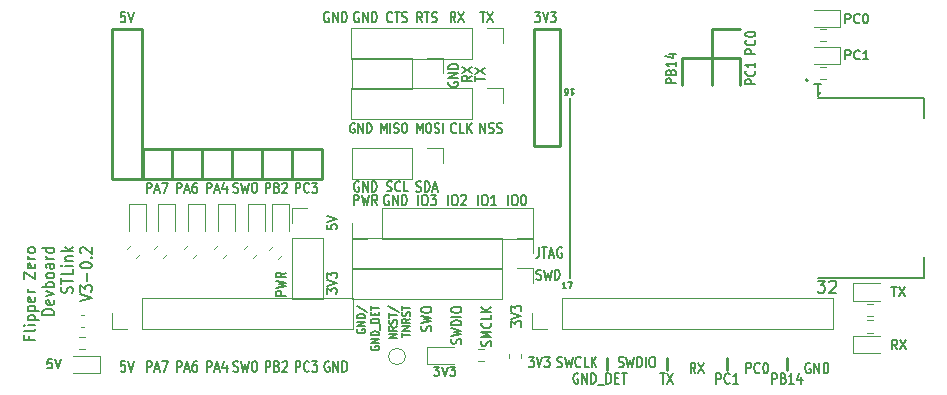
<source format=gbr>
%TF.GenerationSoftware,KiCad,Pcbnew,8.0.4*%
%TF.CreationDate,2024-10-15T16:48:48+08:00*%
%TF.ProjectId,ST-Link_3.0_devkit,53542d4c-696e-46b5-9f33-2e305f646576,rev?*%
%TF.SameCoordinates,Original*%
%TF.FileFunction,Legend,Top*%
%TF.FilePolarity,Positive*%
%FSLAX46Y46*%
G04 Gerber Fmt 4.6, Leading zero omitted, Abs format (unit mm)*
G04 Created by KiCad (PCBNEW 8.0.4) date 2024-10-15 16:48:48*
%MOMM*%
%LPD*%
G01*
G04 APERTURE LIST*
%ADD10C,0.254000*%
%ADD11C,0.182875*%
%ADD12C,0.152375*%
%ADD13C,0.171500*%
%ADD14C,0.177800*%
%ADD15C,0.127000*%
%ADD16C,0.150000*%
%ADD17C,0.200000*%
%ADD18C,0.120000*%
G04 APERTURE END LIST*
D10*
X156943700Y-106057400D02*
X156943700Y-107099400D01*
X167103700Y-106057400D02*
X167103700Y-107099400D01*
X162023700Y-106057400D02*
X162023700Y-107099400D01*
X160753700Y-78257400D02*
X163166700Y-78257400D01*
X160753700Y-80670400D02*
X160753700Y-78257400D01*
X163144200Y-80670400D02*
X163144200Y-82956400D01*
X160753700Y-80670400D02*
X163144200Y-80670400D01*
X158213700Y-80670400D02*
X160753700Y-80670400D01*
X112517200Y-78257400D02*
X109953700Y-78257400D01*
X125194200Y-88474900D02*
X125194200Y-90823900D01*
X109953700Y-90891400D02*
X112517200Y-90891400D01*
X109953700Y-78257400D02*
X109953700Y-90891400D01*
X160753700Y-80670400D02*
X160753700Y-82965900D01*
X158213700Y-82956400D02*
X158213700Y-80670400D01*
X151863700Y-106070400D02*
X151863700Y-107111900D01*
X112517200Y-90891400D02*
X112517200Y-78257400D01*
X122653700Y-88455400D02*
X122653700Y-90880900D01*
X120134200Y-88417400D02*
X120134200Y-90880900D01*
X115012700Y-88417400D02*
X115012700Y-90880900D01*
X117578200Y-88417400D02*
X117578200Y-90851900D01*
X145676700Y-78180900D02*
X147926700Y-78180900D01*
X147926700Y-88163400D01*
X145676700Y-88163400D01*
X145676700Y-78180900D01*
X112620700Y-88417400D02*
X127747700Y-88417400D01*
X127747700Y-90880900D01*
X112620700Y-90880900D01*
X112620700Y-88417400D01*
D11*
X111064221Y-76773235D02*
X110715887Y-76773235D01*
X110715887Y-76773235D02*
X110681054Y-77179664D01*
X110681054Y-77179664D02*
X110715887Y-77139021D01*
X110715887Y-77139021D02*
X110785554Y-77098378D01*
X110785554Y-77098378D02*
X110959721Y-77098378D01*
X110959721Y-77098378D02*
X111029387Y-77139021D01*
X111029387Y-77139021D02*
X111064221Y-77179664D01*
X111064221Y-77179664D02*
X111099054Y-77260950D01*
X111099054Y-77260950D02*
X111099054Y-77464164D01*
X111099054Y-77464164D02*
X111064221Y-77545450D01*
X111064221Y-77545450D02*
X111029387Y-77586093D01*
X111029387Y-77586093D02*
X110959721Y-77626735D01*
X110959721Y-77626735D02*
X110785554Y-77626735D01*
X110785554Y-77626735D02*
X110715887Y-77586093D01*
X110715887Y-77586093D02*
X110681054Y-77545450D01*
X111308054Y-76773235D02*
X111551888Y-77626735D01*
X111551888Y-77626735D02*
X111795721Y-76773235D01*
X141146366Y-76773235D02*
X141564366Y-76773235D01*
X141355366Y-77626735D02*
X141355366Y-76773235D01*
X141738533Y-76773235D02*
X142226199Y-77626735D01*
X142226199Y-76773235D02*
X141738533Y-77626735D01*
X130852388Y-76813878D02*
X130782721Y-76773235D01*
X130782721Y-76773235D02*
X130678221Y-76773235D01*
X130678221Y-76773235D02*
X130573721Y-76813878D01*
X130573721Y-76813878D02*
X130504055Y-76895164D01*
X130504055Y-76895164D02*
X130469221Y-76976450D01*
X130469221Y-76976450D02*
X130434388Y-77139021D01*
X130434388Y-77139021D02*
X130434388Y-77260950D01*
X130434388Y-77260950D02*
X130469221Y-77423521D01*
X130469221Y-77423521D02*
X130504055Y-77504807D01*
X130504055Y-77504807D02*
X130573721Y-77586093D01*
X130573721Y-77586093D02*
X130678221Y-77626735D01*
X130678221Y-77626735D02*
X130747888Y-77626735D01*
X130747888Y-77626735D02*
X130852388Y-77586093D01*
X130852388Y-77586093D02*
X130887221Y-77545450D01*
X130887221Y-77545450D02*
X130887221Y-77260950D01*
X130887221Y-77260950D02*
X130747888Y-77260950D01*
X131200721Y-77626735D02*
X131200721Y-76773235D01*
X131200721Y-76773235D02*
X131618721Y-77626735D01*
X131618721Y-77626735D02*
X131618721Y-76773235D01*
X131967054Y-77626735D02*
X131967054Y-76773235D01*
X131967054Y-76773235D02*
X132141221Y-76773235D01*
X132141221Y-76773235D02*
X132245721Y-76813878D01*
X132245721Y-76813878D02*
X132315388Y-76895164D01*
X132315388Y-76895164D02*
X132350221Y-76976450D01*
X132350221Y-76976450D02*
X132385054Y-77139021D01*
X132385054Y-77139021D02*
X132385054Y-77260950D01*
X132385054Y-77260950D02*
X132350221Y-77423521D01*
X132350221Y-77423521D02*
X132315388Y-77504807D01*
X132315388Y-77504807D02*
X132245721Y-77586093D01*
X132245721Y-77586093D02*
X132141221Y-77626735D01*
X132141221Y-77626735D02*
X131967054Y-77626735D01*
X128354388Y-106404878D02*
X128284721Y-106364235D01*
X128284721Y-106364235D02*
X128180221Y-106364235D01*
X128180221Y-106364235D02*
X128075721Y-106404878D01*
X128075721Y-106404878D02*
X128006055Y-106486164D01*
X128006055Y-106486164D02*
X127971221Y-106567450D01*
X127971221Y-106567450D02*
X127936388Y-106730021D01*
X127936388Y-106730021D02*
X127936388Y-106851950D01*
X127936388Y-106851950D02*
X127971221Y-107014521D01*
X127971221Y-107014521D02*
X128006055Y-107095807D01*
X128006055Y-107095807D02*
X128075721Y-107177093D01*
X128075721Y-107177093D02*
X128180221Y-107217735D01*
X128180221Y-107217735D02*
X128249888Y-107217735D01*
X128249888Y-107217735D02*
X128354388Y-107177093D01*
X128354388Y-107177093D02*
X128389221Y-107136450D01*
X128389221Y-107136450D02*
X128389221Y-106851950D01*
X128389221Y-106851950D02*
X128249888Y-106851950D01*
X128702721Y-107217735D02*
X128702721Y-106364235D01*
X128702721Y-106364235D02*
X129120721Y-107217735D01*
X129120721Y-107217735D02*
X129120721Y-106364235D01*
X129469054Y-107217735D02*
X129469054Y-106364235D01*
X129469054Y-106364235D02*
X129643221Y-106364235D01*
X129643221Y-106364235D02*
X129747721Y-106404878D01*
X129747721Y-106404878D02*
X129817388Y-106486164D01*
X129817388Y-106486164D02*
X129852221Y-106567450D01*
X129852221Y-106567450D02*
X129887054Y-106730021D01*
X129887054Y-106730021D02*
X129887054Y-106851950D01*
X129887054Y-106851950D02*
X129852221Y-107014521D01*
X129852221Y-107014521D02*
X129817388Y-107095807D01*
X129817388Y-107095807D02*
X129747721Y-107177093D01*
X129747721Y-107177093D02*
X129643221Y-107217735D01*
X129643221Y-107217735D02*
X129469054Y-107217735D01*
X120246721Y-92041593D02*
X120351221Y-92082235D01*
X120351221Y-92082235D02*
X120525388Y-92082235D01*
X120525388Y-92082235D02*
X120595054Y-92041593D01*
X120595054Y-92041593D02*
X120629888Y-92000950D01*
X120629888Y-92000950D02*
X120664721Y-91919664D01*
X120664721Y-91919664D02*
X120664721Y-91838378D01*
X120664721Y-91838378D02*
X120629888Y-91757093D01*
X120629888Y-91757093D02*
X120595054Y-91716450D01*
X120595054Y-91716450D02*
X120525388Y-91675807D01*
X120525388Y-91675807D02*
X120386054Y-91635164D01*
X120386054Y-91635164D02*
X120316388Y-91594521D01*
X120316388Y-91594521D02*
X120281554Y-91553878D01*
X120281554Y-91553878D02*
X120246721Y-91472593D01*
X120246721Y-91472593D02*
X120246721Y-91391307D01*
X120246721Y-91391307D02*
X120281554Y-91310021D01*
X120281554Y-91310021D02*
X120316388Y-91269378D01*
X120316388Y-91269378D02*
X120386054Y-91228735D01*
X120386054Y-91228735D02*
X120560221Y-91228735D01*
X120560221Y-91228735D02*
X120664721Y-91269378D01*
X120908555Y-91228735D02*
X121082721Y-92082235D01*
X121082721Y-92082235D02*
X121222055Y-91472593D01*
X121222055Y-91472593D02*
X121361388Y-92082235D01*
X121361388Y-92082235D02*
X121535555Y-91228735D01*
X121953555Y-91228735D02*
X122092888Y-91228735D01*
X122092888Y-91228735D02*
X122162555Y-91269378D01*
X122162555Y-91269378D02*
X122232221Y-91350664D01*
X122232221Y-91350664D02*
X122267055Y-91513235D01*
X122267055Y-91513235D02*
X122267055Y-91797735D01*
X122267055Y-91797735D02*
X122232221Y-91960307D01*
X122232221Y-91960307D02*
X122162555Y-92041593D01*
X122162555Y-92041593D02*
X122092888Y-92082235D01*
X122092888Y-92082235D02*
X121953555Y-92082235D01*
X121953555Y-92082235D02*
X121883888Y-92041593D01*
X121883888Y-92041593D02*
X121814221Y-91960307D01*
X121814221Y-91960307D02*
X121779388Y-91797735D01*
X121779388Y-91797735D02*
X121779388Y-91513235D01*
X121779388Y-91513235D02*
X121814221Y-91350664D01*
X121814221Y-91350664D02*
X121883888Y-91269378D01*
X121883888Y-91269378D02*
X121953555Y-91228735D01*
X117985387Y-92082235D02*
X117985387Y-91228735D01*
X117985387Y-91228735D02*
X118264054Y-91228735D01*
X118264054Y-91228735D02*
X118333721Y-91269378D01*
X118333721Y-91269378D02*
X118368554Y-91310021D01*
X118368554Y-91310021D02*
X118403387Y-91391307D01*
X118403387Y-91391307D02*
X118403387Y-91513235D01*
X118403387Y-91513235D02*
X118368554Y-91594521D01*
X118368554Y-91594521D02*
X118333721Y-91635164D01*
X118333721Y-91635164D02*
X118264054Y-91675807D01*
X118264054Y-91675807D02*
X117985387Y-91675807D01*
X118682054Y-91838378D02*
X119030387Y-91838378D01*
X118612387Y-92082235D02*
X118856221Y-91228735D01*
X118856221Y-91228735D02*
X119100054Y-92082235D01*
X119657387Y-91513235D02*
X119657387Y-92082235D01*
X119483221Y-91188093D02*
X119309054Y-91797735D01*
X119309054Y-91797735D02*
X119761887Y-91797735D01*
X125500887Y-107217735D02*
X125500887Y-106364235D01*
X125500887Y-106364235D02*
X125779554Y-106364235D01*
X125779554Y-106364235D02*
X125849221Y-106404878D01*
X125849221Y-106404878D02*
X125884054Y-106445521D01*
X125884054Y-106445521D02*
X125918887Y-106526807D01*
X125918887Y-106526807D02*
X125918887Y-106648735D01*
X125918887Y-106648735D02*
X125884054Y-106730021D01*
X125884054Y-106730021D02*
X125849221Y-106770664D01*
X125849221Y-106770664D02*
X125779554Y-106811307D01*
X125779554Y-106811307D02*
X125500887Y-106811307D01*
X126650387Y-107136450D02*
X126615554Y-107177093D01*
X126615554Y-107177093D02*
X126511054Y-107217735D01*
X126511054Y-107217735D02*
X126441387Y-107217735D01*
X126441387Y-107217735D02*
X126336887Y-107177093D01*
X126336887Y-107177093D02*
X126267221Y-107095807D01*
X126267221Y-107095807D02*
X126232387Y-107014521D01*
X126232387Y-107014521D02*
X126197554Y-106851950D01*
X126197554Y-106851950D02*
X126197554Y-106730021D01*
X126197554Y-106730021D02*
X126232387Y-106567450D01*
X126232387Y-106567450D02*
X126267221Y-106486164D01*
X126267221Y-106486164D02*
X126336887Y-106404878D01*
X126336887Y-106404878D02*
X126441387Y-106364235D01*
X126441387Y-106364235D02*
X126511054Y-106364235D01*
X126511054Y-106364235D02*
X126615554Y-106404878D01*
X126615554Y-106404878D02*
X126650387Y-106445521D01*
X126894221Y-106364235D02*
X127347054Y-106364235D01*
X127347054Y-106364235D02*
X127103221Y-106689378D01*
X127103221Y-106689378D02*
X127207721Y-106689378D01*
X127207721Y-106689378D02*
X127277387Y-106730021D01*
X127277387Y-106730021D02*
X127312221Y-106770664D01*
X127312221Y-106770664D02*
X127347054Y-106851950D01*
X127347054Y-106851950D02*
X127347054Y-107055164D01*
X127347054Y-107055164D02*
X127312221Y-107136450D01*
X127312221Y-107136450D02*
X127277387Y-107177093D01*
X127277387Y-107177093D02*
X127207721Y-107217735D01*
X127207721Y-107217735D02*
X126998721Y-107217735D01*
X126998721Y-107217735D02*
X126929054Y-107177093D01*
X126929054Y-107177093D02*
X126894221Y-107136450D01*
X120246721Y-107177093D02*
X120351221Y-107217735D01*
X120351221Y-107217735D02*
X120525388Y-107217735D01*
X120525388Y-107217735D02*
X120595054Y-107177093D01*
X120595054Y-107177093D02*
X120629888Y-107136450D01*
X120629888Y-107136450D02*
X120664721Y-107055164D01*
X120664721Y-107055164D02*
X120664721Y-106973878D01*
X120664721Y-106973878D02*
X120629888Y-106892593D01*
X120629888Y-106892593D02*
X120595054Y-106851950D01*
X120595054Y-106851950D02*
X120525388Y-106811307D01*
X120525388Y-106811307D02*
X120386054Y-106770664D01*
X120386054Y-106770664D02*
X120316388Y-106730021D01*
X120316388Y-106730021D02*
X120281554Y-106689378D01*
X120281554Y-106689378D02*
X120246721Y-106608093D01*
X120246721Y-106608093D02*
X120246721Y-106526807D01*
X120246721Y-106526807D02*
X120281554Y-106445521D01*
X120281554Y-106445521D02*
X120316388Y-106404878D01*
X120316388Y-106404878D02*
X120386054Y-106364235D01*
X120386054Y-106364235D02*
X120560221Y-106364235D01*
X120560221Y-106364235D02*
X120664721Y-106404878D01*
X120908555Y-106364235D02*
X121082721Y-107217735D01*
X121082721Y-107217735D02*
X121222055Y-106608093D01*
X121222055Y-106608093D02*
X121361388Y-107217735D01*
X121361388Y-107217735D02*
X121535555Y-106364235D01*
X121953555Y-106364235D02*
X122092888Y-106364235D01*
X122092888Y-106364235D02*
X122162555Y-106404878D01*
X122162555Y-106404878D02*
X122232221Y-106486164D01*
X122232221Y-106486164D02*
X122267055Y-106648735D01*
X122267055Y-106648735D02*
X122267055Y-106933235D01*
X122267055Y-106933235D02*
X122232221Y-107095807D01*
X122232221Y-107095807D02*
X122162555Y-107177093D01*
X122162555Y-107177093D02*
X122092888Y-107217735D01*
X122092888Y-107217735D02*
X121953555Y-107217735D01*
X121953555Y-107217735D02*
X121883888Y-107177093D01*
X121883888Y-107177093D02*
X121814221Y-107095807D01*
X121814221Y-107095807D02*
X121779388Y-106933235D01*
X121779388Y-106933235D02*
X121779388Y-106648735D01*
X121779388Y-106648735D02*
X121814221Y-106486164D01*
X121814221Y-106486164D02*
X121883888Y-106404878D01*
X121883888Y-106404878D02*
X121953555Y-106364235D01*
X117985387Y-107217735D02*
X117985387Y-106364235D01*
X117985387Y-106364235D02*
X118264054Y-106364235D01*
X118264054Y-106364235D02*
X118333721Y-106404878D01*
X118333721Y-106404878D02*
X118368554Y-106445521D01*
X118368554Y-106445521D02*
X118403387Y-106526807D01*
X118403387Y-106526807D02*
X118403387Y-106648735D01*
X118403387Y-106648735D02*
X118368554Y-106730021D01*
X118368554Y-106730021D02*
X118333721Y-106770664D01*
X118333721Y-106770664D02*
X118264054Y-106811307D01*
X118264054Y-106811307D02*
X117985387Y-106811307D01*
X118682054Y-106973878D02*
X119030387Y-106973878D01*
X118612387Y-107217735D02*
X118856221Y-106364235D01*
X118856221Y-106364235D02*
X119100054Y-107217735D01*
X119657387Y-106648735D02*
X119657387Y-107217735D01*
X119483221Y-106323593D02*
X119309054Y-106933235D01*
X119309054Y-106933235D02*
X119761887Y-106933235D01*
D12*
X130742220Y-103630313D02*
X130708363Y-103688360D01*
X130708363Y-103688360D02*
X130708363Y-103775432D01*
X130708363Y-103775432D02*
X130742220Y-103862503D01*
X130742220Y-103862503D02*
X130809934Y-103920551D01*
X130809934Y-103920551D02*
X130877648Y-103949574D01*
X130877648Y-103949574D02*
X131013077Y-103978598D01*
X131013077Y-103978598D02*
X131114648Y-103978598D01*
X131114648Y-103978598D02*
X131250077Y-103949574D01*
X131250077Y-103949574D02*
X131317791Y-103920551D01*
X131317791Y-103920551D02*
X131385506Y-103862503D01*
X131385506Y-103862503D02*
X131419363Y-103775432D01*
X131419363Y-103775432D02*
X131419363Y-103717384D01*
X131419363Y-103717384D02*
X131385506Y-103630313D01*
X131385506Y-103630313D02*
X131351648Y-103601289D01*
X131351648Y-103601289D02*
X131114648Y-103601289D01*
X131114648Y-103601289D02*
X131114648Y-103717384D01*
X131419363Y-103340074D02*
X130708363Y-103340074D01*
X130708363Y-103340074D02*
X131419363Y-102991789D01*
X131419363Y-102991789D02*
X130708363Y-102991789D01*
X131419363Y-102701550D02*
X130708363Y-102701550D01*
X130708363Y-102701550D02*
X130708363Y-102556431D01*
X130708363Y-102556431D02*
X130742220Y-102469360D01*
X130742220Y-102469360D02*
X130809934Y-102411312D01*
X130809934Y-102411312D02*
X130877648Y-102382289D01*
X130877648Y-102382289D02*
X131013077Y-102353265D01*
X131013077Y-102353265D02*
X131114648Y-102353265D01*
X131114648Y-102353265D02*
X131250077Y-102382289D01*
X131250077Y-102382289D02*
X131317791Y-102411312D01*
X131317791Y-102411312D02*
X131385506Y-102469360D01*
X131385506Y-102469360D02*
X131419363Y-102556431D01*
X131419363Y-102556431D02*
X131419363Y-102701550D01*
X130674506Y-101656693D02*
X131588648Y-102179122D01*
X131886890Y-105081503D02*
X131853033Y-105139550D01*
X131853033Y-105139550D02*
X131853033Y-105226622D01*
X131853033Y-105226622D02*
X131886890Y-105313693D01*
X131886890Y-105313693D02*
X131954604Y-105371741D01*
X131954604Y-105371741D02*
X132022318Y-105400764D01*
X132022318Y-105400764D02*
X132157747Y-105429788D01*
X132157747Y-105429788D02*
X132259318Y-105429788D01*
X132259318Y-105429788D02*
X132394747Y-105400764D01*
X132394747Y-105400764D02*
X132462461Y-105371741D01*
X132462461Y-105371741D02*
X132530176Y-105313693D01*
X132530176Y-105313693D02*
X132564033Y-105226622D01*
X132564033Y-105226622D02*
X132564033Y-105168574D01*
X132564033Y-105168574D02*
X132530176Y-105081503D01*
X132530176Y-105081503D02*
X132496318Y-105052479D01*
X132496318Y-105052479D02*
X132259318Y-105052479D01*
X132259318Y-105052479D02*
X132259318Y-105168574D01*
X132564033Y-104791264D02*
X131853033Y-104791264D01*
X131853033Y-104791264D02*
X132564033Y-104442979D01*
X132564033Y-104442979D02*
X131853033Y-104442979D01*
X132564033Y-104152740D02*
X131853033Y-104152740D01*
X131853033Y-104152740D02*
X131853033Y-104007621D01*
X131853033Y-104007621D02*
X131886890Y-103920550D01*
X131886890Y-103920550D02*
X131954604Y-103862502D01*
X131954604Y-103862502D02*
X132022318Y-103833479D01*
X132022318Y-103833479D02*
X132157747Y-103804455D01*
X132157747Y-103804455D02*
X132259318Y-103804455D01*
X132259318Y-103804455D02*
X132394747Y-103833479D01*
X132394747Y-103833479D02*
X132462461Y-103862502D01*
X132462461Y-103862502D02*
X132530176Y-103920550D01*
X132530176Y-103920550D02*
X132564033Y-104007621D01*
X132564033Y-104007621D02*
X132564033Y-104152740D01*
X132631747Y-103688360D02*
X132631747Y-103223979D01*
X132564033Y-103078859D02*
X131853033Y-103078859D01*
X131853033Y-103078859D02*
X131853033Y-102933740D01*
X131853033Y-102933740D02*
X131886890Y-102846669D01*
X131886890Y-102846669D02*
X131954604Y-102788621D01*
X131954604Y-102788621D02*
X132022318Y-102759598D01*
X132022318Y-102759598D02*
X132157747Y-102730574D01*
X132157747Y-102730574D02*
X132259318Y-102730574D01*
X132259318Y-102730574D02*
X132394747Y-102759598D01*
X132394747Y-102759598D02*
X132462461Y-102788621D01*
X132462461Y-102788621D02*
X132530176Y-102846669D01*
X132530176Y-102846669D02*
X132564033Y-102933740D01*
X132564033Y-102933740D02*
X132564033Y-103078859D01*
X132191604Y-102469359D02*
X132191604Y-102266193D01*
X132564033Y-102179121D02*
X132564033Y-102469359D01*
X132564033Y-102469359D02*
X131853033Y-102469359D01*
X131853033Y-102469359D02*
X131853033Y-102179121D01*
X131853033Y-102004979D02*
X131853033Y-101656693D01*
X132564033Y-101830836D02*
X131853033Y-101830836D01*
D11*
X146125688Y-96712235D02*
X146125688Y-97321878D01*
X146125688Y-97321878D02*
X146090855Y-97443807D01*
X146090855Y-97443807D02*
X146021188Y-97525093D01*
X146021188Y-97525093D02*
X145916688Y-97565735D01*
X145916688Y-97565735D02*
X145847022Y-97565735D01*
X146369521Y-96712235D02*
X146787521Y-96712235D01*
X146578521Y-97565735D02*
X146578521Y-96712235D01*
X146996521Y-97321878D02*
X147344854Y-97321878D01*
X146926854Y-97565735D02*
X147170688Y-96712235D01*
X147170688Y-96712235D02*
X147414521Y-97565735D01*
X148041521Y-96752878D02*
X147971854Y-96712235D01*
X147971854Y-96712235D02*
X147867354Y-96712235D01*
X147867354Y-96712235D02*
X147762854Y-96752878D01*
X147762854Y-96752878D02*
X147693188Y-96834164D01*
X147693188Y-96834164D02*
X147658354Y-96915450D01*
X147658354Y-96915450D02*
X147623521Y-97078021D01*
X147623521Y-97078021D02*
X147623521Y-97199950D01*
X147623521Y-97199950D02*
X147658354Y-97362521D01*
X147658354Y-97362521D02*
X147693188Y-97443807D01*
X147693188Y-97443807D02*
X147762854Y-97525093D01*
X147762854Y-97525093D02*
X147867354Y-97565735D01*
X147867354Y-97565735D02*
X147937021Y-97565735D01*
X147937021Y-97565735D02*
X148041521Y-97525093D01*
X148041521Y-97525093D02*
X148076354Y-97484450D01*
X148076354Y-97484450D02*
X148076354Y-97199950D01*
X148076354Y-97199950D02*
X147937021Y-97199950D01*
X138432200Y-93120735D02*
X138432200Y-92267235D01*
X138919867Y-92267235D02*
X139059200Y-92267235D01*
X139059200Y-92267235D02*
X139128867Y-92307878D01*
X139128867Y-92307878D02*
X139198533Y-92389164D01*
X139198533Y-92389164D02*
X139233367Y-92551735D01*
X139233367Y-92551735D02*
X139233367Y-92836235D01*
X139233367Y-92836235D02*
X139198533Y-92998807D01*
X139198533Y-92998807D02*
X139128867Y-93080093D01*
X139128867Y-93080093D02*
X139059200Y-93120735D01*
X139059200Y-93120735D02*
X138919867Y-93120735D01*
X138919867Y-93120735D02*
X138850200Y-93080093D01*
X138850200Y-93080093D02*
X138780533Y-92998807D01*
X138780533Y-92998807D02*
X138745700Y-92836235D01*
X138745700Y-92836235D02*
X138745700Y-92551735D01*
X138745700Y-92551735D02*
X138780533Y-92389164D01*
X138780533Y-92389164D02*
X138850200Y-92307878D01*
X138850200Y-92307878D02*
X138919867Y-92267235D01*
X139512033Y-92348521D02*
X139546866Y-92307878D01*
X139546866Y-92307878D02*
X139616533Y-92267235D01*
X139616533Y-92267235D02*
X139790700Y-92267235D01*
X139790700Y-92267235D02*
X139860366Y-92307878D01*
X139860366Y-92307878D02*
X139895200Y-92348521D01*
X139895200Y-92348521D02*
X139930033Y-92429807D01*
X139930033Y-92429807D02*
X139930033Y-92511093D01*
X139930033Y-92511093D02*
X139895200Y-92633021D01*
X139895200Y-92633021D02*
X139477200Y-93120735D01*
X139477200Y-93120735D02*
X139930033Y-93120735D01*
X128312388Y-76813878D02*
X128242721Y-76773235D01*
X128242721Y-76773235D02*
X128138221Y-76773235D01*
X128138221Y-76773235D02*
X128033721Y-76813878D01*
X128033721Y-76813878D02*
X127964055Y-76895164D01*
X127964055Y-76895164D02*
X127929221Y-76976450D01*
X127929221Y-76976450D02*
X127894388Y-77139021D01*
X127894388Y-77139021D02*
X127894388Y-77260950D01*
X127894388Y-77260950D02*
X127929221Y-77423521D01*
X127929221Y-77423521D02*
X127964055Y-77504807D01*
X127964055Y-77504807D02*
X128033721Y-77586093D01*
X128033721Y-77586093D02*
X128138221Y-77626735D01*
X128138221Y-77626735D02*
X128207888Y-77626735D01*
X128207888Y-77626735D02*
X128312388Y-77586093D01*
X128312388Y-77586093D02*
X128347221Y-77545450D01*
X128347221Y-77545450D02*
X128347221Y-77260950D01*
X128347221Y-77260950D02*
X128207888Y-77260950D01*
X128660721Y-77626735D02*
X128660721Y-76773235D01*
X128660721Y-76773235D02*
X129078721Y-77626735D01*
X129078721Y-77626735D02*
X129078721Y-76773235D01*
X129427054Y-77626735D02*
X129427054Y-76773235D01*
X129427054Y-76773235D02*
X129601221Y-76773235D01*
X129601221Y-76773235D02*
X129705721Y-76813878D01*
X129705721Y-76813878D02*
X129775388Y-76895164D01*
X129775388Y-76895164D02*
X129810221Y-76976450D01*
X129810221Y-76976450D02*
X129845054Y-77139021D01*
X129845054Y-77139021D02*
X129845054Y-77260950D01*
X129845054Y-77260950D02*
X129810221Y-77423521D01*
X129810221Y-77423521D02*
X129775388Y-77504807D01*
X129775388Y-77504807D02*
X129705721Y-77586093D01*
X129705721Y-77586093D02*
X129601221Y-77626735D01*
X129601221Y-77626735D02*
X129427054Y-77626735D01*
D13*
X130497871Y-86238672D02*
X130432538Y-86200577D01*
X130432538Y-86200577D02*
X130334538Y-86200577D01*
X130334538Y-86200577D02*
X130236538Y-86238672D01*
X130236538Y-86238672D02*
X130171205Y-86314862D01*
X130171205Y-86314862D02*
X130138538Y-86391053D01*
X130138538Y-86391053D02*
X130105871Y-86543434D01*
X130105871Y-86543434D02*
X130105871Y-86657720D01*
X130105871Y-86657720D02*
X130138538Y-86810101D01*
X130138538Y-86810101D02*
X130171205Y-86886291D01*
X130171205Y-86886291D02*
X130236538Y-86962482D01*
X130236538Y-86962482D02*
X130334538Y-87000577D01*
X130334538Y-87000577D02*
X130399871Y-87000577D01*
X130399871Y-87000577D02*
X130497871Y-86962482D01*
X130497871Y-86962482D02*
X130530538Y-86924386D01*
X130530538Y-86924386D02*
X130530538Y-86657720D01*
X130530538Y-86657720D02*
X130399871Y-86657720D01*
X130824538Y-87000577D02*
X130824538Y-86200577D01*
X130824538Y-86200577D02*
X131216538Y-87000577D01*
X131216538Y-87000577D02*
X131216538Y-86200577D01*
X131543205Y-87000577D02*
X131543205Y-86200577D01*
X131543205Y-86200577D02*
X131706538Y-86200577D01*
X131706538Y-86200577D02*
X131804538Y-86238672D01*
X131804538Y-86238672D02*
X131869872Y-86314862D01*
X131869872Y-86314862D02*
X131902538Y-86391053D01*
X131902538Y-86391053D02*
X131935205Y-86543434D01*
X131935205Y-86543434D02*
X131935205Y-86657720D01*
X131935205Y-86657720D02*
X131902538Y-86810101D01*
X131902538Y-86810101D02*
X131869872Y-86886291D01*
X131869872Y-86886291D02*
X131804538Y-86962482D01*
X131804538Y-86962482D02*
X131706538Y-87000577D01*
X131706538Y-87000577D02*
X131543205Y-87000577D01*
D11*
X130852388Y-91164878D02*
X130782721Y-91124235D01*
X130782721Y-91124235D02*
X130678221Y-91124235D01*
X130678221Y-91124235D02*
X130573721Y-91164878D01*
X130573721Y-91164878D02*
X130504055Y-91246164D01*
X130504055Y-91246164D02*
X130469221Y-91327450D01*
X130469221Y-91327450D02*
X130434388Y-91490021D01*
X130434388Y-91490021D02*
X130434388Y-91611950D01*
X130434388Y-91611950D02*
X130469221Y-91774521D01*
X130469221Y-91774521D02*
X130504055Y-91855807D01*
X130504055Y-91855807D02*
X130573721Y-91937093D01*
X130573721Y-91937093D02*
X130678221Y-91977735D01*
X130678221Y-91977735D02*
X130747888Y-91977735D01*
X130747888Y-91977735D02*
X130852388Y-91937093D01*
X130852388Y-91937093D02*
X130887221Y-91896450D01*
X130887221Y-91896450D02*
X130887221Y-91611950D01*
X130887221Y-91611950D02*
X130747888Y-91611950D01*
X131200721Y-91977735D02*
X131200721Y-91124235D01*
X131200721Y-91124235D02*
X131618721Y-91977735D01*
X131618721Y-91977735D02*
X131618721Y-91124235D01*
X131967054Y-91977735D02*
X131967054Y-91124235D01*
X131967054Y-91124235D02*
X132141221Y-91124235D01*
X132141221Y-91124235D02*
X132245721Y-91164878D01*
X132245721Y-91164878D02*
X132315388Y-91246164D01*
X132315388Y-91246164D02*
X132350221Y-91327450D01*
X132350221Y-91327450D02*
X132385054Y-91490021D01*
X132385054Y-91490021D02*
X132385054Y-91611950D01*
X132385054Y-91611950D02*
X132350221Y-91774521D01*
X132350221Y-91774521D02*
X132315388Y-91855807D01*
X132315388Y-91855807D02*
X132245721Y-91937093D01*
X132245721Y-91937093D02*
X132141221Y-91977735D01*
X132141221Y-91977735D02*
X131967054Y-91977735D01*
X135714950Y-91937593D02*
X135819450Y-91978235D01*
X135819450Y-91978235D02*
X135993617Y-91978235D01*
X135993617Y-91978235D02*
X136063283Y-91937593D01*
X136063283Y-91937593D02*
X136098117Y-91896950D01*
X136098117Y-91896950D02*
X136132950Y-91815664D01*
X136132950Y-91815664D02*
X136132950Y-91734378D01*
X136132950Y-91734378D02*
X136098117Y-91653093D01*
X136098117Y-91653093D02*
X136063283Y-91612450D01*
X136063283Y-91612450D02*
X135993617Y-91571807D01*
X135993617Y-91571807D02*
X135854283Y-91531164D01*
X135854283Y-91531164D02*
X135784617Y-91490521D01*
X135784617Y-91490521D02*
X135749783Y-91449878D01*
X135749783Y-91449878D02*
X135714950Y-91368593D01*
X135714950Y-91368593D02*
X135714950Y-91287307D01*
X135714950Y-91287307D02*
X135749783Y-91206021D01*
X135749783Y-91206021D02*
X135784617Y-91165378D01*
X135784617Y-91165378D02*
X135854283Y-91124735D01*
X135854283Y-91124735D02*
X136028450Y-91124735D01*
X136028450Y-91124735D02*
X136132950Y-91165378D01*
X136446450Y-91978235D02*
X136446450Y-91124735D01*
X136446450Y-91124735D02*
X136620617Y-91124735D01*
X136620617Y-91124735D02*
X136725117Y-91165378D01*
X136725117Y-91165378D02*
X136794784Y-91246664D01*
X136794784Y-91246664D02*
X136829617Y-91327950D01*
X136829617Y-91327950D02*
X136864450Y-91490521D01*
X136864450Y-91490521D02*
X136864450Y-91612450D01*
X136864450Y-91612450D02*
X136829617Y-91775021D01*
X136829617Y-91775021D02*
X136794784Y-91856307D01*
X136794784Y-91856307D02*
X136725117Y-91937593D01*
X136725117Y-91937593D02*
X136620617Y-91978235D01*
X136620617Y-91978235D02*
X136446450Y-91978235D01*
X137143117Y-91734378D02*
X137491450Y-91734378D01*
X137073450Y-91978235D02*
X137317284Y-91124735D01*
X137317284Y-91124735D02*
X137561117Y-91978235D01*
X145887654Y-99404693D02*
X145992154Y-99445335D01*
X145992154Y-99445335D02*
X146166321Y-99445335D01*
X146166321Y-99445335D02*
X146235987Y-99404693D01*
X146235987Y-99404693D02*
X146270821Y-99364050D01*
X146270821Y-99364050D02*
X146305654Y-99282764D01*
X146305654Y-99282764D02*
X146305654Y-99201478D01*
X146305654Y-99201478D02*
X146270821Y-99120193D01*
X146270821Y-99120193D02*
X146235987Y-99079550D01*
X146235987Y-99079550D02*
X146166321Y-99038907D01*
X146166321Y-99038907D02*
X146026987Y-98998264D01*
X146026987Y-98998264D02*
X145957321Y-98957621D01*
X145957321Y-98957621D02*
X145922487Y-98916978D01*
X145922487Y-98916978D02*
X145887654Y-98835693D01*
X145887654Y-98835693D02*
X145887654Y-98754407D01*
X145887654Y-98754407D02*
X145922487Y-98673121D01*
X145922487Y-98673121D02*
X145957321Y-98632478D01*
X145957321Y-98632478D02*
X146026987Y-98591835D01*
X146026987Y-98591835D02*
X146201154Y-98591835D01*
X146201154Y-98591835D02*
X146305654Y-98632478D01*
X146549488Y-98591835D02*
X146723654Y-99445335D01*
X146723654Y-99445335D02*
X146862988Y-98835693D01*
X146862988Y-98835693D02*
X147002321Y-99445335D01*
X147002321Y-99445335D02*
X147176488Y-98591835D01*
X147455154Y-99445335D02*
X147455154Y-98591835D01*
X147455154Y-98591835D02*
X147629321Y-98591835D01*
X147629321Y-98591835D02*
X147733821Y-98632478D01*
X147733821Y-98632478D02*
X147803488Y-98713764D01*
X147803488Y-98713764D02*
X147838321Y-98795050D01*
X147838321Y-98795050D02*
X147873154Y-98957621D01*
X147873154Y-98957621D02*
X147873154Y-99079550D01*
X147873154Y-99079550D02*
X147838321Y-99242121D01*
X147838321Y-99242121D02*
X147803488Y-99323407D01*
X147803488Y-99323407D02*
X147733821Y-99404693D01*
X147733821Y-99404693D02*
X147629321Y-99445335D01*
X147629321Y-99445335D02*
X147455154Y-99445335D01*
X143775535Y-103407546D02*
X143775535Y-102954712D01*
X143775535Y-102954712D02*
X144100678Y-103198546D01*
X144100678Y-103198546D02*
X144100678Y-103094046D01*
X144100678Y-103094046D02*
X144141321Y-103024379D01*
X144141321Y-103024379D02*
X144181964Y-102989546D01*
X144181964Y-102989546D02*
X144263250Y-102954712D01*
X144263250Y-102954712D02*
X144466464Y-102954712D01*
X144466464Y-102954712D02*
X144547750Y-102989546D01*
X144547750Y-102989546D02*
X144588393Y-103024379D01*
X144588393Y-103024379D02*
X144629035Y-103094046D01*
X144629035Y-103094046D02*
X144629035Y-103303046D01*
X144629035Y-103303046D02*
X144588393Y-103372712D01*
X144588393Y-103372712D02*
X144547750Y-103407546D01*
X143775535Y-102745712D02*
X144629035Y-102501879D01*
X144629035Y-102501879D02*
X143775535Y-102258045D01*
X143775535Y-102083879D02*
X143775535Y-101631045D01*
X143775535Y-101631045D02*
X144100678Y-101874879D01*
X144100678Y-101874879D02*
X144100678Y-101770379D01*
X144100678Y-101770379D02*
X144141321Y-101700712D01*
X144141321Y-101700712D02*
X144181964Y-101665879D01*
X144181964Y-101665879D02*
X144263250Y-101631045D01*
X144263250Y-101631045D02*
X144466464Y-101631045D01*
X144466464Y-101631045D02*
X144547750Y-101665879D01*
X144547750Y-101665879D02*
X144588393Y-101700712D01*
X144588393Y-101700712D02*
X144629035Y-101770379D01*
X144629035Y-101770379D02*
X144629035Y-101979379D01*
X144629035Y-101979379D02*
X144588393Y-102049045D01*
X144588393Y-102049045D02*
X144547750Y-102083879D01*
X122960887Y-92082235D02*
X122960887Y-91228735D01*
X122960887Y-91228735D02*
X123239554Y-91228735D01*
X123239554Y-91228735D02*
X123309221Y-91269378D01*
X123309221Y-91269378D02*
X123344054Y-91310021D01*
X123344054Y-91310021D02*
X123378887Y-91391307D01*
X123378887Y-91391307D02*
X123378887Y-91513235D01*
X123378887Y-91513235D02*
X123344054Y-91594521D01*
X123344054Y-91594521D02*
X123309221Y-91635164D01*
X123309221Y-91635164D02*
X123239554Y-91675807D01*
X123239554Y-91675807D02*
X122960887Y-91675807D01*
X123936221Y-91635164D02*
X124040721Y-91675807D01*
X124040721Y-91675807D02*
X124075554Y-91716450D01*
X124075554Y-91716450D02*
X124110387Y-91797735D01*
X124110387Y-91797735D02*
X124110387Y-91919664D01*
X124110387Y-91919664D02*
X124075554Y-92000950D01*
X124075554Y-92000950D02*
X124040721Y-92041593D01*
X124040721Y-92041593D02*
X123971054Y-92082235D01*
X123971054Y-92082235D02*
X123692387Y-92082235D01*
X123692387Y-92082235D02*
X123692387Y-91228735D01*
X123692387Y-91228735D02*
X123936221Y-91228735D01*
X123936221Y-91228735D02*
X124005887Y-91269378D01*
X124005887Y-91269378D02*
X124040721Y-91310021D01*
X124040721Y-91310021D02*
X124075554Y-91391307D01*
X124075554Y-91391307D02*
X124075554Y-91472593D01*
X124075554Y-91472593D02*
X124040721Y-91553878D01*
X124040721Y-91553878D02*
X124005887Y-91594521D01*
X124005887Y-91594521D02*
X123936221Y-91635164D01*
X123936221Y-91635164D02*
X123692387Y-91635164D01*
X124389054Y-91310021D02*
X124423887Y-91269378D01*
X124423887Y-91269378D02*
X124493554Y-91228735D01*
X124493554Y-91228735D02*
X124667721Y-91228735D01*
X124667721Y-91228735D02*
X124737387Y-91269378D01*
X124737387Y-91269378D02*
X124772221Y-91310021D01*
X124772221Y-91310021D02*
X124807054Y-91391307D01*
X124807054Y-91391307D02*
X124807054Y-91472593D01*
X124807054Y-91472593D02*
X124772221Y-91594521D01*
X124772221Y-91594521D02*
X124354221Y-92082235D01*
X124354221Y-92082235D02*
X124807054Y-92082235D01*
D12*
X134086363Y-104384931D02*
X133375363Y-104384931D01*
X133375363Y-104384931D02*
X134086363Y-104036646D01*
X134086363Y-104036646D02*
X133375363Y-104036646D01*
X134086363Y-103398122D02*
X133747791Y-103601288D01*
X134086363Y-103746407D02*
X133375363Y-103746407D01*
X133375363Y-103746407D02*
X133375363Y-103514217D01*
X133375363Y-103514217D02*
X133409220Y-103456169D01*
X133409220Y-103456169D02*
X133443077Y-103427146D01*
X133443077Y-103427146D02*
X133510791Y-103398122D01*
X133510791Y-103398122D02*
X133612363Y-103398122D01*
X133612363Y-103398122D02*
X133680077Y-103427146D01*
X133680077Y-103427146D02*
X133713934Y-103456169D01*
X133713934Y-103456169D02*
X133747791Y-103514217D01*
X133747791Y-103514217D02*
X133747791Y-103746407D01*
X134052506Y-103165931D02*
X134086363Y-103078860D01*
X134086363Y-103078860D02*
X134086363Y-102933741D01*
X134086363Y-102933741D02*
X134052506Y-102875693D01*
X134052506Y-102875693D02*
X134018648Y-102846669D01*
X134018648Y-102846669D02*
X133950934Y-102817646D01*
X133950934Y-102817646D02*
X133883220Y-102817646D01*
X133883220Y-102817646D02*
X133815506Y-102846669D01*
X133815506Y-102846669D02*
X133781648Y-102875693D01*
X133781648Y-102875693D02*
X133747791Y-102933741D01*
X133747791Y-102933741D02*
X133713934Y-103049836D01*
X133713934Y-103049836D02*
X133680077Y-103107884D01*
X133680077Y-103107884D02*
X133646220Y-103136907D01*
X133646220Y-103136907D02*
X133578506Y-103165931D01*
X133578506Y-103165931D02*
X133510791Y-103165931D01*
X133510791Y-103165931D02*
X133443077Y-103136907D01*
X133443077Y-103136907D02*
X133409220Y-103107884D01*
X133409220Y-103107884D02*
X133375363Y-103049836D01*
X133375363Y-103049836D02*
X133375363Y-102904717D01*
X133375363Y-102904717D02*
X133409220Y-102817646D01*
X133375363Y-102643503D02*
X133375363Y-102295217D01*
X134086363Y-102469360D02*
X133375363Y-102469360D01*
X133341506Y-101656693D02*
X134255648Y-102179122D01*
X134520033Y-104297860D02*
X134520033Y-103949574D01*
X135231033Y-104123717D02*
X134520033Y-104123717D01*
X135231033Y-103746407D02*
X134520033Y-103746407D01*
X134520033Y-103746407D02*
X135231033Y-103398122D01*
X135231033Y-103398122D02*
X134520033Y-103398122D01*
X135231033Y-102759598D02*
X134892461Y-102962764D01*
X135231033Y-103107883D02*
X134520033Y-103107883D01*
X134520033Y-103107883D02*
X134520033Y-102875693D01*
X134520033Y-102875693D02*
X134553890Y-102817645D01*
X134553890Y-102817645D02*
X134587747Y-102788622D01*
X134587747Y-102788622D02*
X134655461Y-102759598D01*
X134655461Y-102759598D02*
X134757033Y-102759598D01*
X134757033Y-102759598D02*
X134824747Y-102788622D01*
X134824747Y-102788622D02*
X134858604Y-102817645D01*
X134858604Y-102817645D02*
X134892461Y-102875693D01*
X134892461Y-102875693D02*
X134892461Y-103107883D01*
X135197176Y-102527407D02*
X135231033Y-102440336D01*
X135231033Y-102440336D02*
X135231033Y-102295217D01*
X135231033Y-102295217D02*
X135197176Y-102237169D01*
X135197176Y-102237169D02*
X135163318Y-102208145D01*
X135163318Y-102208145D02*
X135095604Y-102179122D01*
X135095604Y-102179122D02*
X135027890Y-102179122D01*
X135027890Y-102179122D02*
X134960176Y-102208145D01*
X134960176Y-102208145D02*
X134926318Y-102237169D01*
X134926318Y-102237169D02*
X134892461Y-102295217D01*
X134892461Y-102295217D02*
X134858604Y-102411312D01*
X134858604Y-102411312D02*
X134824747Y-102469360D01*
X134824747Y-102469360D02*
X134790890Y-102498383D01*
X134790890Y-102498383D02*
X134723176Y-102527407D01*
X134723176Y-102527407D02*
X134655461Y-102527407D01*
X134655461Y-102527407D02*
X134587747Y-102498383D01*
X134587747Y-102498383D02*
X134553890Y-102469360D01*
X134553890Y-102469360D02*
X134520033Y-102411312D01*
X134520033Y-102411312D02*
X134520033Y-102266193D01*
X134520033Y-102266193D02*
X134553890Y-102179122D01*
X134520033Y-102004979D02*
X134520033Y-101656693D01*
X135231033Y-101830836D02*
X134520033Y-101830836D01*
D11*
X122960887Y-107217735D02*
X122960887Y-106364235D01*
X122960887Y-106364235D02*
X123239554Y-106364235D01*
X123239554Y-106364235D02*
X123309221Y-106404878D01*
X123309221Y-106404878D02*
X123344054Y-106445521D01*
X123344054Y-106445521D02*
X123378887Y-106526807D01*
X123378887Y-106526807D02*
X123378887Y-106648735D01*
X123378887Y-106648735D02*
X123344054Y-106730021D01*
X123344054Y-106730021D02*
X123309221Y-106770664D01*
X123309221Y-106770664D02*
X123239554Y-106811307D01*
X123239554Y-106811307D02*
X122960887Y-106811307D01*
X123936221Y-106770664D02*
X124040721Y-106811307D01*
X124040721Y-106811307D02*
X124075554Y-106851950D01*
X124075554Y-106851950D02*
X124110387Y-106933235D01*
X124110387Y-106933235D02*
X124110387Y-107055164D01*
X124110387Y-107055164D02*
X124075554Y-107136450D01*
X124075554Y-107136450D02*
X124040721Y-107177093D01*
X124040721Y-107177093D02*
X123971054Y-107217735D01*
X123971054Y-107217735D02*
X123692387Y-107217735D01*
X123692387Y-107217735D02*
X123692387Y-106364235D01*
X123692387Y-106364235D02*
X123936221Y-106364235D01*
X123936221Y-106364235D02*
X124005887Y-106404878D01*
X124005887Y-106404878D02*
X124040721Y-106445521D01*
X124040721Y-106445521D02*
X124075554Y-106526807D01*
X124075554Y-106526807D02*
X124075554Y-106608093D01*
X124075554Y-106608093D02*
X124040721Y-106689378D01*
X124040721Y-106689378D02*
X124005887Y-106730021D01*
X124005887Y-106730021D02*
X123936221Y-106770664D01*
X123936221Y-106770664D02*
X123692387Y-106770664D01*
X124389054Y-106445521D02*
X124423887Y-106404878D01*
X124423887Y-106404878D02*
X124493554Y-106364235D01*
X124493554Y-106364235D02*
X124667721Y-106364235D01*
X124667721Y-106364235D02*
X124737387Y-106404878D01*
X124737387Y-106404878D02*
X124772221Y-106445521D01*
X124772221Y-106445521D02*
X124807054Y-106526807D01*
X124807054Y-106526807D02*
X124807054Y-106608093D01*
X124807054Y-106608093D02*
X124772221Y-106730021D01*
X124772221Y-106730021D02*
X124354221Y-107217735D01*
X124354221Y-107217735D02*
X124807054Y-107217735D01*
X128154535Y-100613546D02*
X128154535Y-100160712D01*
X128154535Y-100160712D02*
X128479678Y-100404546D01*
X128479678Y-100404546D02*
X128479678Y-100300046D01*
X128479678Y-100300046D02*
X128520321Y-100230379D01*
X128520321Y-100230379D02*
X128560964Y-100195546D01*
X128560964Y-100195546D02*
X128642250Y-100160712D01*
X128642250Y-100160712D02*
X128845464Y-100160712D01*
X128845464Y-100160712D02*
X128926750Y-100195546D01*
X128926750Y-100195546D02*
X128967393Y-100230379D01*
X128967393Y-100230379D02*
X129008035Y-100300046D01*
X129008035Y-100300046D02*
X129008035Y-100509046D01*
X129008035Y-100509046D02*
X128967393Y-100578712D01*
X128967393Y-100578712D02*
X128926750Y-100613546D01*
X128154535Y-99951712D02*
X129008035Y-99707879D01*
X129008035Y-99707879D02*
X128154535Y-99464045D01*
X128154535Y-99289879D02*
X128154535Y-98837045D01*
X128154535Y-98837045D02*
X128479678Y-99080879D01*
X128479678Y-99080879D02*
X128479678Y-98976379D01*
X128479678Y-98976379D02*
X128520321Y-98906712D01*
X128520321Y-98906712D02*
X128560964Y-98871879D01*
X128560964Y-98871879D02*
X128642250Y-98837045D01*
X128642250Y-98837045D02*
X128845464Y-98837045D01*
X128845464Y-98837045D02*
X128926750Y-98871879D01*
X128926750Y-98871879D02*
X128967393Y-98906712D01*
X128967393Y-98906712D02*
X129008035Y-98976379D01*
X129008035Y-98976379D02*
X129008035Y-99185379D01*
X129008035Y-99185379D02*
X128967393Y-99255045D01*
X128967393Y-99255045D02*
X128926750Y-99289879D01*
X125500887Y-92082235D02*
X125500887Y-91228735D01*
X125500887Y-91228735D02*
X125779554Y-91228735D01*
X125779554Y-91228735D02*
X125849221Y-91269378D01*
X125849221Y-91269378D02*
X125884054Y-91310021D01*
X125884054Y-91310021D02*
X125918887Y-91391307D01*
X125918887Y-91391307D02*
X125918887Y-91513235D01*
X125918887Y-91513235D02*
X125884054Y-91594521D01*
X125884054Y-91594521D02*
X125849221Y-91635164D01*
X125849221Y-91635164D02*
X125779554Y-91675807D01*
X125779554Y-91675807D02*
X125500887Y-91675807D01*
X126650387Y-92000950D02*
X126615554Y-92041593D01*
X126615554Y-92041593D02*
X126511054Y-92082235D01*
X126511054Y-92082235D02*
X126441387Y-92082235D01*
X126441387Y-92082235D02*
X126336887Y-92041593D01*
X126336887Y-92041593D02*
X126267221Y-91960307D01*
X126267221Y-91960307D02*
X126232387Y-91879021D01*
X126232387Y-91879021D02*
X126197554Y-91716450D01*
X126197554Y-91716450D02*
X126197554Y-91594521D01*
X126197554Y-91594521D02*
X126232387Y-91431950D01*
X126232387Y-91431950D02*
X126267221Y-91350664D01*
X126267221Y-91350664D02*
X126336887Y-91269378D01*
X126336887Y-91269378D02*
X126441387Y-91228735D01*
X126441387Y-91228735D02*
X126511054Y-91228735D01*
X126511054Y-91228735D02*
X126615554Y-91269378D01*
X126615554Y-91269378D02*
X126650387Y-91310021D01*
X126894221Y-91228735D02*
X127347054Y-91228735D01*
X127347054Y-91228735D02*
X127103221Y-91553878D01*
X127103221Y-91553878D02*
X127207721Y-91553878D01*
X127207721Y-91553878D02*
X127277387Y-91594521D01*
X127277387Y-91594521D02*
X127312221Y-91635164D01*
X127312221Y-91635164D02*
X127347054Y-91716450D01*
X127347054Y-91716450D02*
X127347054Y-91919664D01*
X127347054Y-91919664D02*
X127312221Y-92000950D01*
X127312221Y-92000950D02*
X127277387Y-92041593D01*
X127277387Y-92041593D02*
X127207721Y-92082235D01*
X127207721Y-92082235D02*
X126998721Y-92082235D01*
X126998721Y-92082235D02*
X126929054Y-92041593D01*
X126929054Y-92041593D02*
X126894221Y-92000950D01*
X112905387Y-107217735D02*
X112905387Y-106364235D01*
X112905387Y-106364235D02*
X113184054Y-106364235D01*
X113184054Y-106364235D02*
X113253721Y-106404878D01*
X113253721Y-106404878D02*
X113288554Y-106445521D01*
X113288554Y-106445521D02*
X113323387Y-106526807D01*
X113323387Y-106526807D02*
X113323387Y-106648735D01*
X113323387Y-106648735D02*
X113288554Y-106730021D01*
X113288554Y-106730021D02*
X113253721Y-106770664D01*
X113253721Y-106770664D02*
X113184054Y-106811307D01*
X113184054Y-106811307D02*
X112905387Y-106811307D01*
X113602054Y-106973878D02*
X113950387Y-106973878D01*
X113532387Y-107217735D02*
X113776221Y-106364235D01*
X113776221Y-106364235D02*
X114020054Y-107217735D01*
X114194221Y-106364235D02*
X114681887Y-106364235D01*
X114681887Y-106364235D02*
X114368387Y-107217735D01*
X111064221Y-106364235D02*
X110715887Y-106364235D01*
X110715887Y-106364235D02*
X110681054Y-106770664D01*
X110681054Y-106770664D02*
X110715887Y-106730021D01*
X110715887Y-106730021D02*
X110785554Y-106689378D01*
X110785554Y-106689378D02*
X110959721Y-106689378D01*
X110959721Y-106689378D02*
X111029387Y-106730021D01*
X111029387Y-106730021D02*
X111064221Y-106770664D01*
X111064221Y-106770664D02*
X111099054Y-106851950D01*
X111099054Y-106851950D02*
X111099054Y-107055164D01*
X111099054Y-107055164D02*
X111064221Y-107136450D01*
X111064221Y-107136450D02*
X111029387Y-107177093D01*
X111029387Y-107177093D02*
X110959721Y-107217735D01*
X110959721Y-107217735D02*
X110785554Y-107217735D01*
X110785554Y-107217735D02*
X110715887Y-107177093D01*
X110715887Y-107177093D02*
X110681054Y-107136450D01*
X111308054Y-106364235D02*
X111551888Y-107217735D01*
X111551888Y-107217735D02*
X111795721Y-106364235D01*
X143512200Y-93120735D02*
X143512200Y-92267235D01*
X143999867Y-92267235D02*
X144139200Y-92267235D01*
X144139200Y-92267235D02*
X144208867Y-92307878D01*
X144208867Y-92307878D02*
X144278533Y-92389164D01*
X144278533Y-92389164D02*
X144313367Y-92551735D01*
X144313367Y-92551735D02*
X144313367Y-92836235D01*
X144313367Y-92836235D02*
X144278533Y-92998807D01*
X144278533Y-92998807D02*
X144208867Y-93080093D01*
X144208867Y-93080093D02*
X144139200Y-93120735D01*
X144139200Y-93120735D02*
X143999867Y-93120735D01*
X143999867Y-93120735D02*
X143930200Y-93080093D01*
X143930200Y-93080093D02*
X143860533Y-92998807D01*
X143860533Y-92998807D02*
X143825700Y-92836235D01*
X143825700Y-92836235D02*
X143825700Y-92551735D01*
X143825700Y-92551735D02*
X143860533Y-92389164D01*
X143860533Y-92389164D02*
X143930200Y-92307878D01*
X143930200Y-92307878D02*
X143999867Y-92267235D01*
X144766200Y-92267235D02*
X144835866Y-92267235D01*
X144835866Y-92267235D02*
X144905533Y-92307878D01*
X144905533Y-92307878D02*
X144940366Y-92348521D01*
X144940366Y-92348521D02*
X144975200Y-92429807D01*
X144975200Y-92429807D02*
X145010033Y-92592378D01*
X145010033Y-92592378D02*
X145010033Y-92795593D01*
X145010033Y-92795593D02*
X144975200Y-92958164D01*
X144975200Y-92958164D02*
X144940366Y-93039450D01*
X144940366Y-93039450D02*
X144905533Y-93080093D01*
X144905533Y-93080093D02*
X144835866Y-93120735D01*
X144835866Y-93120735D02*
X144766200Y-93120735D01*
X144766200Y-93120735D02*
X144696533Y-93080093D01*
X144696533Y-93080093D02*
X144661700Y-93039450D01*
X144661700Y-93039450D02*
X144626866Y-92958164D01*
X144626866Y-92958164D02*
X144592033Y-92795593D01*
X144592033Y-92795593D02*
X144592033Y-92592378D01*
X144592033Y-92592378D02*
X144626866Y-92429807D01*
X144626866Y-92429807D02*
X144661700Y-92348521D01*
X144661700Y-92348521D02*
X144696533Y-92307878D01*
X144696533Y-92307878D02*
X144766200Y-92267235D01*
X112905387Y-92082235D02*
X112905387Y-91228735D01*
X112905387Y-91228735D02*
X113184054Y-91228735D01*
X113184054Y-91228735D02*
X113253721Y-91269378D01*
X113253721Y-91269378D02*
X113288554Y-91310021D01*
X113288554Y-91310021D02*
X113323387Y-91391307D01*
X113323387Y-91391307D02*
X113323387Y-91513235D01*
X113323387Y-91513235D02*
X113288554Y-91594521D01*
X113288554Y-91594521D02*
X113253721Y-91635164D01*
X113253721Y-91635164D02*
X113184054Y-91675807D01*
X113184054Y-91675807D02*
X112905387Y-91675807D01*
X113602054Y-91838378D02*
X113950387Y-91838378D01*
X113532387Y-92082235D02*
X113776221Y-91228735D01*
X113776221Y-91228735D02*
X114020054Y-92082235D01*
X114194221Y-91228735D02*
X114681887Y-91228735D01*
X114681887Y-91228735D02*
X114368387Y-92082235D01*
X136968393Y-103778378D02*
X137009035Y-103673878D01*
X137009035Y-103673878D02*
X137009035Y-103499712D01*
X137009035Y-103499712D02*
X136968393Y-103430045D01*
X136968393Y-103430045D02*
X136927750Y-103395212D01*
X136927750Y-103395212D02*
X136846464Y-103360378D01*
X136846464Y-103360378D02*
X136765178Y-103360378D01*
X136765178Y-103360378D02*
X136683893Y-103395212D01*
X136683893Y-103395212D02*
X136643250Y-103430045D01*
X136643250Y-103430045D02*
X136602607Y-103499712D01*
X136602607Y-103499712D02*
X136561964Y-103639045D01*
X136561964Y-103639045D02*
X136521321Y-103708712D01*
X136521321Y-103708712D02*
X136480678Y-103743545D01*
X136480678Y-103743545D02*
X136399393Y-103778378D01*
X136399393Y-103778378D02*
X136318107Y-103778378D01*
X136318107Y-103778378D02*
X136236821Y-103743545D01*
X136236821Y-103743545D02*
X136196178Y-103708712D01*
X136196178Y-103708712D02*
X136155535Y-103639045D01*
X136155535Y-103639045D02*
X136155535Y-103464878D01*
X136155535Y-103464878D02*
X136196178Y-103360378D01*
X136155535Y-103116545D02*
X137009035Y-102942378D01*
X137009035Y-102942378D02*
X136399393Y-102803045D01*
X136399393Y-102803045D02*
X137009035Y-102663711D01*
X137009035Y-102663711D02*
X136155535Y-102489545D01*
X136155535Y-102071545D02*
X136155535Y-101932211D01*
X136155535Y-101932211D02*
X136196178Y-101862545D01*
X136196178Y-101862545D02*
X136277464Y-101792878D01*
X136277464Y-101792878D02*
X136440035Y-101758045D01*
X136440035Y-101758045D02*
X136724535Y-101758045D01*
X136724535Y-101758045D02*
X136887107Y-101792878D01*
X136887107Y-101792878D02*
X136968393Y-101862545D01*
X136968393Y-101862545D02*
X137009035Y-101932211D01*
X137009035Y-101932211D02*
X137009035Y-102071545D01*
X137009035Y-102071545D02*
X136968393Y-102141211D01*
X136968393Y-102141211D02*
X136887107Y-102210878D01*
X136887107Y-102210878D02*
X136724535Y-102245711D01*
X136724535Y-102245711D02*
X136440035Y-102245711D01*
X136440035Y-102245711D02*
X136277464Y-102210878D01*
X136277464Y-102210878D02*
X136196178Y-102141211D01*
X136196178Y-102141211D02*
X136155535Y-102071545D01*
X128154535Y-94799879D02*
X128154535Y-95148212D01*
X128154535Y-95148212D02*
X128560964Y-95183045D01*
X128560964Y-95183045D02*
X128520321Y-95148212D01*
X128520321Y-95148212D02*
X128479678Y-95078545D01*
X128479678Y-95078545D02*
X128479678Y-94904379D01*
X128479678Y-94904379D02*
X128520321Y-94834712D01*
X128520321Y-94834712D02*
X128560964Y-94799879D01*
X128560964Y-94799879D02*
X128642250Y-94765045D01*
X128642250Y-94765045D02*
X128845464Y-94765045D01*
X128845464Y-94765045D02*
X128926750Y-94799879D01*
X128926750Y-94799879D02*
X128967393Y-94834712D01*
X128967393Y-94834712D02*
X129008035Y-94904379D01*
X129008035Y-94904379D02*
X129008035Y-95078545D01*
X129008035Y-95078545D02*
X128967393Y-95148212D01*
X128967393Y-95148212D02*
X128926750Y-95183045D01*
X128154535Y-94556045D02*
X129008035Y-94312212D01*
X129008035Y-94312212D02*
X128154535Y-94068378D01*
X115445387Y-92082235D02*
X115445387Y-91228735D01*
X115445387Y-91228735D02*
X115724054Y-91228735D01*
X115724054Y-91228735D02*
X115793721Y-91269378D01*
X115793721Y-91269378D02*
X115828554Y-91310021D01*
X115828554Y-91310021D02*
X115863387Y-91391307D01*
X115863387Y-91391307D02*
X115863387Y-91513235D01*
X115863387Y-91513235D02*
X115828554Y-91594521D01*
X115828554Y-91594521D02*
X115793721Y-91635164D01*
X115793721Y-91635164D02*
X115724054Y-91675807D01*
X115724054Y-91675807D02*
X115445387Y-91675807D01*
X116142054Y-91838378D02*
X116490387Y-91838378D01*
X116072387Y-92082235D02*
X116316221Y-91228735D01*
X116316221Y-91228735D02*
X116560054Y-92082235D01*
X117117387Y-91228735D02*
X116978054Y-91228735D01*
X116978054Y-91228735D02*
X116908387Y-91269378D01*
X116908387Y-91269378D02*
X116873554Y-91310021D01*
X116873554Y-91310021D02*
X116803887Y-91431950D01*
X116803887Y-91431950D02*
X116769054Y-91594521D01*
X116769054Y-91594521D02*
X116769054Y-91919664D01*
X116769054Y-91919664D02*
X116803887Y-92000950D01*
X116803887Y-92000950D02*
X116838721Y-92041593D01*
X116838721Y-92041593D02*
X116908387Y-92082235D01*
X116908387Y-92082235D02*
X117047721Y-92082235D01*
X117047721Y-92082235D02*
X117117387Y-92041593D01*
X117117387Y-92041593D02*
X117152221Y-92000950D01*
X117152221Y-92000950D02*
X117187054Y-91919664D01*
X117187054Y-91919664D02*
X117187054Y-91716450D01*
X117187054Y-91716450D02*
X117152221Y-91635164D01*
X117152221Y-91635164D02*
X117117387Y-91594521D01*
X117117387Y-91594521D02*
X117047721Y-91553878D01*
X117047721Y-91553878D02*
X116908387Y-91553878D01*
X116908387Y-91553878D02*
X116838721Y-91594521D01*
X116838721Y-91594521D02*
X116803887Y-91635164D01*
X116803887Y-91635164D02*
X116769054Y-91716450D01*
X115445387Y-107217735D02*
X115445387Y-106364235D01*
X115445387Y-106364235D02*
X115724054Y-106364235D01*
X115724054Y-106364235D02*
X115793721Y-106404878D01*
X115793721Y-106404878D02*
X115828554Y-106445521D01*
X115828554Y-106445521D02*
X115863387Y-106526807D01*
X115863387Y-106526807D02*
X115863387Y-106648735D01*
X115863387Y-106648735D02*
X115828554Y-106730021D01*
X115828554Y-106730021D02*
X115793721Y-106770664D01*
X115793721Y-106770664D02*
X115724054Y-106811307D01*
X115724054Y-106811307D02*
X115445387Y-106811307D01*
X116142054Y-106973878D02*
X116490387Y-106973878D01*
X116072387Y-107217735D02*
X116316221Y-106364235D01*
X116316221Y-106364235D02*
X116560054Y-107217735D01*
X117117387Y-106364235D02*
X116978054Y-106364235D01*
X116978054Y-106364235D02*
X116908387Y-106404878D01*
X116908387Y-106404878D02*
X116873554Y-106445521D01*
X116873554Y-106445521D02*
X116803887Y-106567450D01*
X116803887Y-106567450D02*
X116769054Y-106730021D01*
X116769054Y-106730021D02*
X116769054Y-107055164D01*
X116769054Y-107055164D02*
X116803887Y-107136450D01*
X116803887Y-107136450D02*
X116838721Y-107177093D01*
X116838721Y-107177093D02*
X116908387Y-107217735D01*
X116908387Y-107217735D02*
X117047721Y-107217735D01*
X117047721Y-107217735D02*
X117117387Y-107177093D01*
X117117387Y-107177093D02*
X117152221Y-107136450D01*
X117152221Y-107136450D02*
X117187054Y-107055164D01*
X117187054Y-107055164D02*
X117187054Y-106851950D01*
X117187054Y-106851950D02*
X117152221Y-106770664D01*
X117152221Y-106770664D02*
X117117387Y-106730021D01*
X117117387Y-106730021D02*
X117047721Y-106689378D01*
X117047721Y-106689378D02*
X116908387Y-106689378D01*
X116908387Y-106689378D02*
X116838721Y-106730021D01*
X116838721Y-106730021D02*
X116803887Y-106770664D01*
X116803887Y-106770664D02*
X116769054Y-106851950D01*
X133227366Y-91922093D02*
X133331866Y-91962735D01*
X133331866Y-91962735D02*
X133506033Y-91962735D01*
X133506033Y-91962735D02*
X133575699Y-91922093D01*
X133575699Y-91922093D02*
X133610533Y-91881450D01*
X133610533Y-91881450D02*
X133645366Y-91800164D01*
X133645366Y-91800164D02*
X133645366Y-91718878D01*
X133645366Y-91718878D02*
X133610533Y-91637593D01*
X133610533Y-91637593D02*
X133575699Y-91596950D01*
X133575699Y-91596950D02*
X133506033Y-91556307D01*
X133506033Y-91556307D02*
X133366699Y-91515664D01*
X133366699Y-91515664D02*
X133297033Y-91475021D01*
X133297033Y-91475021D02*
X133262199Y-91434378D01*
X133262199Y-91434378D02*
X133227366Y-91353093D01*
X133227366Y-91353093D02*
X133227366Y-91271807D01*
X133227366Y-91271807D02*
X133262199Y-91190521D01*
X133262199Y-91190521D02*
X133297033Y-91149878D01*
X133297033Y-91149878D02*
X133366699Y-91109235D01*
X133366699Y-91109235D02*
X133540866Y-91109235D01*
X133540866Y-91109235D02*
X133645366Y-91149878D01*
X134376866Y-91881450D02*
X134342033Y-91922093D01*
X134342033Y-91922093D02*
X134237533Y-91962735D01*
X134237533Y-91962735D02*
X134167866Y-91962735D01*
X134167866Y-91962735D02*
X134063366Y-91922093D01*
X134063366Y-91922093D02*
X133993700Y-91840807D01*
X133993700Y-91840807D02*
X133958866Y-91759521D01*
X133958866Y-91759521D02*
X133924033Y-91596950D01*
X133924033Y-91596950D02*
X133924033Y-91475021D01*
X133924033Y-91475021D02*
X133958866Y-91312450D01*
X133958866Y-91312450D02*
X133993700Y-91231164D01*
X133993700Y-91231164D02*
X134063366Y-91149878D01*
X134063366Y-91149878D02*
X134167866Y-91109235D01*
X134167866Y-91109235D02*
X134237533Y-91109235D01*
X134237533Y-91109235D02*
X134342033Y-91149878D01*
X134342033Y-91149878D02*
X134376866Y-91190521D01*
X135038700Y-91962735D02*
X134690366Y-91962735D01*
X134690366Y-91962735D02*
X134690366Y-91109235D01*
X130441554Y-93120735D02*
X130441554Y-92267235D01*
X130441554Y-92267235D02*
X130720221Y-92267235D01*
X130720221Y-92267235D02*
X130789888Y-92307878D01*
X130789888Y-92307878D02*
X130824721Y-92348521D01*
X130824721Y-92348521D02*
X130859554Y-92429807D01*
X130859554Y-92429807D02*
X130859554Y-92551735D01*
X130859554Y-92551735D02*
X130824721Y-92633021D01*
X130824721Y-92633021D02*
X130789888Y-92673664D01*
X130789888Y-92673664D02*
X130720221Y-92714307D01*
X130720221Y-92714307D02*
X130441554Y-92714307D01*
X131103388Y-92267235D02*
X131277554Y-93120735D01*
X131277554Y-93120735D02*
X131416888Y-92511093D01*
X131416888Y-92511093D02*
X131556221Y-93120735D01*
X131556221Y-93120735D02*
X131730388Y-92267235D01*
X132427054Y-93120735D02*
X132183221Y-92714307D01*
X132009054Y-93120735D02*
X132009054Y-92267235D01*
X132009054Y-92267235D02*
X132287721Y-92267235D01*
X132287721Y-92267235D02*
X132357388Y-92307878D01*
X132357388Y-92307878D02*
X132392221Y-92348521D01*
X132392221Y-92348521D02*
X132427054Y-92429807D01*
X132427054Y-92429807D02*
X132427054Y-92551735D01*
X132427054Y-92551735D02*
X132392221Y-92633021D01*
X132392221Y-92633021D02*
X132357388Y-92673664D01*
X132357388Y-92673664D02*
X132287721Y-92714307D01*
X132287721Y-92714307D02*
X132009054Y-92714307D01*
X133392388Y-92307878D02*
X133322721Y-92267235D01*
X133322721Y-92267235D02*
X133218221Y-92267235D01*
X133218221Y-92267235D02*
X133113721Y-92307878D01*
X133113721Y-92307878D02*
X133044055Y-92389164D01*
X133044055Y-92389164D02*
X133009221Y-92470450D01*
X133009221Y-92470450D02*
X132974388Y-92633021D01*
X132974388Y-92633021D02*
X132974388Y-92754950D01*
X132974388Y-92754950D02*
X133009221Y-92917521D01*
X133009221Y-92917521D02*
X133044055Y-92998807D01*
X133044055Y-92998807D02*
X133113721Y-93080093D01*
X133113721Y-93080093D02*
X133218221Y-93120735D01*
X133218221Y-93120735D02*
X133287888Y-93120735D01*
X133287888Y-93120735D02*
X133392388Y-93080093D01*
X133392388Y-93080093D02*
X133427221Y-93039450D01*
X133427221Y-93039450D02*
X133427221Y-92754950D01*
X133427221Y-92754950D02*
X133287888Y-92754950D01*
X133740721Y-93120735D02*
X133740721Y-92267235D01*
X133740721Y-92267235D02*
X134158721Y-93120735D01*
X134158721Y-93120735D02*
X134158721Y-92267235D01*
X134507054Y-93120735D02*
X134507054Y-92267235D01*
X134507054Y-92267235D02*
X134681221Y-92267235D01*
X134681221Y-92267235D02*
X134785721Y-92307878D01*
X134785721Y-92307878D02*
X134855388Y-92389164D01*
X134855388Y-92389164D02*
X134890221Y-92470450D01*
X134890221Y-92470450D02*
X134925054Y-92633021D01*
X134925054Y-92633021D02*
X134925054Y-92754950D01*
X134925054Y-92754950D02*
X134890221Y-92917521D01*
X134890221Y-92917521D02*
X134855388Y-92998807D01*
X134855388Y-92998807D02*
X134785721Y-93080093D01*
X134785721Y-93080093D02*
X134681221Y-93120735D01*
X134681221Y-93120735D02*
X134507054Y-93120735D01*
X135892200Y-93120735D02*
X135892200Y-92267235D01*
X136379867Y-92267235D02*
X136519200Y-92267235D01*
X136519200Y-92267235D02*
X136588867Y-92307878D01*
X136588867Y-92307878D02*
X136658533Y-92389164D01*
X136658533Y-92389164D02*
X136693367Y-92551735D01*
X136693367Y-92551735D02*
X136693367Y-92836235D01*
X136693367Y-92836235D02*
X136658533Y-92998807D01*
X136658533Y-92998807D02*
X136588867Y-93080093D01*
X136588867Y-93080093D02*
X136519200Y-93120735D01*
X136519200Y-93120735D02*
X136379867Y-93120735D01*
X136379867Y-93120735D02*
X136310200Y-93080093D01*
X136310200Y-93080093D02*
X136240533Y-92998807D01*
X136240533Y-92998807D02*
X136205700Y-92836235D01*
X136205700Y-92836235D02*
X136205700Y-92551735D01*
X136205700Y-92551735D02*
X136240533Y-92389164D01*
X136240533Y-92389164D02*
X136310200Y-92307878D01*
X136310200Y-92307878D02*
X136379867Y-92267235D01*
X136937200Y-92267235D02*
X137390033Y-92267235D01*
X137390033Y-92267235D02*
X137146200Y-92592378D01*
X137146200Y-92592378D02*
X137250700Y-92592378D01*
X137250700Y-92592378D02*
X137320366Y-92633021D01*
X137320366Y-92633021D02*
X137355200Y-92673664D01*
X137355200Y-92673664D02*
X137390033Y-92754950D01*
X137390033Y-92754950D02*
X137390033Y-92958164D01*
X137390033Y-92958164D02*
X137355200Y-93039450D01*
X137355200Y-93039450D02*
X137320366Y-93080093D01*
X137320366Y-93080093D02*
X137250700Y-93120735D01*
X137250700Y-93120735D02*
X137041700Y-93120735D01*
X137041700Y-93120735D02*
X136972033Y-93080093D01*
X136972033Y-93080093D02*
X136937200Y-93039450D01*
X140972200Y-93120735D02*
X140972200Y-92267235D01*
X141459867Y-92267235D02*
X141599200Y-92267235D01*
X141599200Y-92267235D02*
X141668867Y-92307878D01*
X141668867Y-92307878D02*
X141738533Y-92389164D01*
X141738533Y-92389164D02*
X141773367Y-92551735D01*
X141773367Y-92551735D02*
X141773367Y-92836235D01*
X141773367Y-92836235D02*
X141738533Y-92998807D01*
X141738533Y-92998807D02*
X141668867Y-93080093D01*
X141668867Y-93080093D02*
X141599200Y-93120735D01*
X141599200Y-93120735D02*
X141459867Y-93120735D01*
X141459867Y-93120735D02*
X141390200Y-93080093D01*
X141390200Y-93080093D02*
X141320533Y-92998807D01*
X141320533Y-92998807D02*
X141285700Y-92836235D01*
X141285700Y-92836235D02*
X141285700Y-92551735D01*
X141285700Y-92551735D02*
X141320533Y-92389164D01*
X141320533Y-92389164D02*
X141390200Y-92307878D01*
X141390200Y-92307878D02*
X141459867Y-92267235D01*
X142470033Y-93120735D02*
X142052033Y-93120735D01*
X142261033Y-93120735D02*
X142261033Y-92267235D01*
X142261033Y-92267235D02*
X142191366Y-92389164D01*
X142191366Y-92389164D02*
X142121700Y-92470450D01*
X142121700Y-92470450D02*
X142052033Y-92511093D01*
X124690035Y-100822545D02*
X123836535Y-100822545D01*
X123836535Y-100822545D02*
X123836535Y-100543878D01*
X123836535Y-100543878D02*
X123877178Y-100474212D01*
X123877178Y-100474212D02*
X123917821Y-100439378D01*
X123917821Y-100439378D02*
X123999107Y-100404545D01*
X123999107Y-100404545D02*
X124121035Y-100404545D01*
X124121035Y-100404545D02*
X124202321Y-100439378D01*
X124202321Y-100439378D02*
X124242964Y-100474212D01*
X124242964Y-100474212D02*
X124283607Y-100543878D01*
X124283607Y-100543878D02*
X124283607Y-100822545D01*
X123836535Y-100160712D02*
X124690035Y-99986545D01*
X124690035Y-99986545D02*
X124080393Y-99847212D01*
X124080393Y-99847212D02*
X124690035Y-99707878D01*
X124690035Y-99707878D02*
X123836535Y-99533712D01*
X124690035Y-98837045D02*
X124283607Y-99080878D01*
X124690035Y-99255045D02*
X123836535Y-99255045D01*
X123836535Y-99255045D02*
X123836535Y-98976378D01*
X123836535Y-98976378D02*
X123877178Y-98906712D01*
X123877178Y-98906712D02*
X123917821Y-98871878D01*
X123917821Y-98871878D02*
X123999107Y-98837045D01*
X123999107Y-98837045D02*
X124121035Y-98837045D01*
X124121035Y-98837045D02*
X124202321Y-98871878D01*
X124202321Y-98871878D02*
X124242964Y-98906712D01*
X124242964Y-98906712D02*
X124283607Y-98976378D01*
X124283607Y-98976378D02*
X124283607Y-99255045D01*
X142047893Y-105059212D02*
X142088535Y-104954712D01*
X142088535Y-104954712D02*
X142088535Y-104780546D01*
X142088535Y-104780546D02*
X142047893Y-104710879D01*
X142047893Y-104710879D02*
X142007250Y-104676046D01*
X142007250Y-104676046D02*
X141925964Y-104641212D01*
X141925964Y-104641212D02*
X141844678Y-104641212D01*
X141844678Y-104641212D02*
X141763393Y-104676046D01*
X141763393Y-104676046D02*
X141722750Y-104710879D01*
X141722750Y-104710879D02*
X141682107Y-104780546D01*
X141682107Y-104780546D02*
X141641464Y-104919879D01*
X141641464Y-104919879D02*
X141600821Y-104989546D01*
X141600821Y-104989546D02*
X141560178Y-105024379D01*
X141560178Y-105024379D02*
X141478893Y-105059212D01*
X141478893Y-105059212D02*
X141397607Y-105059212D01*
X141397607Y-105059212D02*
X141316321Y-105024379D01*
X141316321Y-105024379D02*
X141275678Y-104989546D01*
X141275678Y-104989546D02*
X141235035Y-104919879D01*
X141235035Y-104919879D02*
X141235035Y-104745712D01*
X141235035Y-104745712D02*
X141275678Y-104641212D01*
X142088535Y-104327712D02*
X141235035Y-104327712D01*
X141235035Y-104327712D02*
X141844678Y-104083879D01*
X141844678Y-104083879D02*
X141235035Y-103840045D01*
X141235035Y-103840045D02*
X142088535Y-103840045D01*
X142007250Y-103073712D02*
X142047893Y-103108545D01*
X142047893Y-103108545D02*
X142088535Y-103213045D01*
X142088535Y-103213045D02*
X142088535Y-103282712D01*
X142088535Y-103282712D02*
X142047893Y-103387212D01*
X142047893Y-103387212D02*
X141966607Y-103456879D01*
X141966607Y-103456879D02*
X141885321Y-103491712D01*
X141885321Y-103491712D02*
X141722750Y-103526545D01*
X141722750Y-103526545D02*
X141600821Y-103526545D01*
X141600821Y-103526545D02*
X141438250Y-103491712D01*
X141438250Y-103491712D02*
X141356964Y-103456879D01*
X141356964Y-103456879D02*
X141275678Y-103387212D01*
X141275678Y-103387212D02*
X141235035Y-103282712D01*
X141235035Y-103282712D02*
X141235035Y-103213045D01*
X141235035Y-103213045D02*
X141275678Y-103108545D01*
X141275678Y-103108545D02*
X141316321Y-103073712D01*
X142088535Y-102411879D02*
X142088535Y-102760212D01*
X142088535Y-102760212D02*
X141235035Y-102760212D01*
X142088535Y-102168045D02*
X141235035Y-102168045D01*
X142088535Y-101750045D02*
X141600821Y-102063545D01*
X141235035Y-101750045D02*
X141722750Y-102168045D01*
X139508393Y-104858211D02*
X139549035Y-104753711D01*
X139549035Y-104753711D02*
X139549035Y-104579545D01*
X139549035Y-104579545D02*
X139508393Y-104509878D01*
X139508393Y-104509878D02*
X139467750Y-104475045D01*
X139467750Y-104475045D02*
X139386464Y-104440211D01*
X139386464Y-104440211D02*
X139305178Y-104440211D01*
X139305178Y-104440211D02*
X139223893Y-104475045D01*
X139223893Y-104475045D02*
X139183250Y-104509878D01*
X139183250Y-104509878D02*
X139142607Y-104579545D01*
X139142607Y-104579545D02*
X139101964Y-104718878D01*
X139101964Y-104718878D02*
X139061321Y-104788545D01*
X139061321Y-104788545D02*
X139020678Y-104823378D01*
X139020678Y-104823378D02*
X138939393Y-104858211D01*
X138939393Y-104858211D02*
X138858107Y-104858211D01*
X138858107Y-104858211D02*
X138776821Y-104823378D01*
X138776821Y-104823378D02*
X138736178Y-104788545D01*
X138736178Y-104788545D02*
X138695535Y-104718878D01*
X138695535Y-104718878D02*
X138695535Y-104544711D01*
X138695535Y-104544711D02*
X138736178Y-104440211D01*
X138695535Y-104196378D02*
X139549035Y-104022211D01*
X139549035Y-104022211D02*
X138939393Y-103882878D01*
X138939393Y-103882878D02*
X139549035Y-103743544D01*
X139549035Y-103743544D02*
X138695535Y-103569378D01*
X139549035Y-103290711D02*
X138695535Y-103290711D01*
X138695535Y-103290711D02*
X138695535Y-103116544D01*
X138695535Y-103116544D02*
X138736178Y-103012044D01*
X138736178Y-103012044D02*
X138817464Y-102942378D01*
X138817464Y-102942378D02*
X138898750Y-102907544D01*
X138898750Y-102907544D02*
X139061321Y-102872711D01*
X139061321Y-102872711D02*
X139183250Y-102872711D01*
X139183250Y-102872711D02*
X139345821Y-102907544D01*
X139345821Y-102907544D02*
X139427107Y-102942378D01*
X139427107Y-102942378D02*
X139508393Y-103012044D01*
X139508393Y-103012044D02*
X139549035Y-103116544D01*
X139549035Y-103116544D02*
X139549035Y-103290711D01*
X139549035Y-102559211D02*
X138695535Y-102559211D01*
X138695535Y-102071545D02*
X138695535Y-101932211D01*
X138695535Y-101932211D02*
X138736178Y-101862545D01*
X138736178Y-101862545D02*
X138817464Y-101792878D01*
X138817464Y-101792878D02*
X138980035Y-101758045D01*
X138980035Y-101758045D02*
X139264535Y-101758045D01*
X139264535Y-101758045D02*
X139427107Y-101792878D01*
X139427107Y-101792878D02*
X139508393Y-101862545D01*
X139508393Y-101862545D02*
X139549035Y-101932211D01*
X139549035Y-101932211D02*
X139549035Y-102071545D01*
X139549035Y-102071545D02*
X139508393Y-102141211D01*
X139508393Y-102141211D02*
X139427107Y-102210878D01*
X139427107Y-102210878D02*
X139264535Y-102245711D01*
X139264535Y-102245711D02*
X138980035Y-102245711D01*
X138980035Y-102245711D02*
X138817464Y-102210878D01*
X138817464Y-102210878D02*
X138736178Y-102141211D01*
X138736178Y-102141211D02*
X138695535Y-102071545D01*
X139041783Y-77626735D02*
X138797950Y-77220307D01*
X138623783Y-77626735D02*
X138623783Y-76773235D01*
X138623783Y-76773235D02*
X138902450Y-76773235D01*
X138902450Y-76773235D02*
X138972117Y-76813878D01*
X138972117Y-76813878D02*
X139006950Y-76854521D01*
X139006950Y-76854521D02*
X139041783Y-76935807D01*
X139041783Y-76935807D02*
X139041783Y-77057735D01*
X139041783Y-77057735D02*
X139006950Y-77139021D01*
X139006950Y-77139021D02*
X138972117Y-77179664D01*
X138972117Y-77179664D02*
X138902450Y-77220307D01*
X138902450Y-77220307D02*
X138623783Y-77220307D01*
X139285617Y-76773235D02*
X139773283Y-77626735D01*
X139773283Y-76773235D02*
X139285617Y-77626735D01*
X156386366Y-107380235D02*
X156804366Y-107380235D01*
X156595366Y-108233735D02*
X156595366Y-107380235D01*
X156978533Y-107380235D02*
X157466199Y-108233735D01*
X157466199Y-107380235D02*
X156978533Y-108233735D01*
X133683116Y-77545450D02*
X133648283Y-77586093D01*
X133648283Y-77586093D02*
X133543783Y-77626735D01*
X133543783Y-77626735D02*
X133474116Y-77626735D01*
X133474116Y-77626735D02*
X133369616Y-77586093D01*
X133369616Y-77586093D02*
X133299950Y-77504807D01*
X133299950Y-77504807D02*
X133265116Y-77423521D01*
X133265116Y-77423521D02*
X133230283Y-77260950D01*
X133230283Y-77260950D02*
X133230283Y-77139021D01*
X133230283Y-77139021D02*
X133265116Y-76976450D01*
X133265116Y-76976450D02*
X133299950Y-76895164D01*
X133299950Y-76895164D02*
X133369616Y-76813878D01*
X133369616Y-76813878D02*
X133474116Y-76773235D01*
X133474116Y-76773235D02*
X133543783Y-76773235D01*
X133543783Y-76773235D02*
X133648283Y-76813878D01*
X133648283Y-76813878D02*
X133683116Y-76854521D01*
X133892116Y-76773235D02*
X134310116Y-76773235D01*
X134101116Y-77626735D02*
X134101116Y-76773235D01*
X134519116Y-77586093D02*
X134623616Y-77626735D01*
X134623616Y-77626735D02*
X134797783Y-77626735D01*
X134797783Y-77626735D02*
X134867449Y-77586093D01*
X134867449Y-77586093D02*
X134902283Y-77545450D01*
X134902283Y-77545450D02*
X134937116Y-77464164D01*
X134937116Y-77464164D02*
X134937116Y-77382878D01*
X134937116Y-77382878D02*
X134902283Y-77301593D01*
X134902283Y-77301593D02*
X134867449Y-77260950D01*
X134867449Y-77260950D02*
X134797783Y-77220307D01*
X134797783Y-77220307D02*
X134658449Y-77179664D01*
X134658449Y-77179664D02*
X134588783Y-77139021D01*
X134588783Y-77139021D02*
X134553949Y-77098378D01*
X134553949Y-77098378D02*
X134519116Y-77017093D01*
X134519116Y-77017093D02*
X134519116Y-76935807D01*
X134519116Y-76935807D02*
X134553949Y-76854521D01*
X134553949Y-76854521D02*
X134588783Y-76813878D01*
X134588783Y-76813878D02*
X134658449Y-76773235D01*
X134658449Y-76773235D02*
X134832616Y-76773235D01*
X134832616Y-76773235D02*
X134937116Y-76813878D01*
X159361783Y-107344735D02*
X159117950Y-106938307D01*
X158943783Y-107344735D02*
X158943783Y-106491235D01*
X158943783Y-106491235D02*
X159222450Y-106491235D01*
X159222450Y-106491235D02*
X159292117Y-106531878D01*
X159292117Y-106531878D02*
X159326950Y-106572521D01*
X159326950Y-106572521D02*
X159361783Y-106653807D01*
X159361783Y-106653807D02*
X159361783Y-106775735D01*
X159361783Y-106775735D02*
X159326950Y-106857021D01*
X159326950Y-106857021D02*
X159292117Y-106897664D01*
X159292117Y-106897664D02*
X159222450Y-106938307D01*
X159222450Y-106938307D02*
X158943783Y-106938307D01*
X159605617Y-106491235D02*
X160093283Y-107344735D01*
X160093283Y-106491235D02*
X159605617Y-107344735D01*
X139109283Y-86943450D02*
X139074450Y-86984093D01*
X139074450Y-86984093D02*
X138969950Y-87024735D01*
X138969950Y-87024735D02*
X138900283Y-87024735D01*
X138900283Y-87024735D02*
X138795783Y-86984093D01*
X138795783Y-86984093D02*
X138726117Y-86902807D01*
X138726117Y-86902807D02*
X138691283Y-86821521D01*
X138691283Y-86821521D02*
X138656450Y-86658950D01*
X138656450Y-86658950D02*
X138656450Y-86537021D01*
X138656450Y-86537021D02*
X138691283Y-86374450D01*
X138691283Y-86374450D02*
X138726117Y-86293164D01*
X138726117Y-86293164D02*
X138795783Y-86211878D01*
X138795783Y-86211878D02*
X138900283Y-86171235D01*
X138900283Y-86171235D02*
X138969950Y-86171235D01*
X138969950Y-86171235D02*
X139074450Y-86211878D01*
X139074450Y-86211878D02*
X139109283Y-86252521D01*
X139771117Y-87024735D02*
X139422783Y-87024735D01*
X139422783Y-87024735D02*
X139422783Y-86171235D01*
X140014950Y-87024735D02*
X140014950Y-86171235D01*
X140432950Y-87024735D02*
X140119450Y-86537021D01*
X140432950Y-86171235D02*
X140014950Y-86658950D01*
X147669116Y-106796093D02*
X147773616Y-106836735D01*
X147773616Y-106836735D02*
X147947783Y-106836735D01*
X147947783Y-106836735D02*
X148017449Y-106796093D01*
X148017449Y-106796093D02*
X148052283Y-106755450D01*
X148052283Y-106755450D02*
X148087116Y-106674164D01*
X148087116Y-106674164D02*
X148087116Y-106592878D01*
X148087116Y-106592878D02*
X148052283Y-106511593D01*
X148052283Y-106511593D02*
X148017449Y-106470950D01*
X148017449Y-106470950D02*
X147947783Y-106430307D01*
X147947783Y-106430307D02*
X147808449Y-106389664D01*
X147808449Y-106389664D02*
X147738783Y-106349021D01*
X147738783Y-106349021D02*
X147703949Y-106308378D01*
X147703949Y-106308378D02*
X147669116Y-106227093D01*
X147669116Y-106227093D02*
X147669116Y-106145807D01*
X147669116Y-106145807D02*
X147703949Y-106064521D01*
X147703949Y-106064521D02*
X147738783Y-106023878D01*
X147738783Y-106023878D02*
X147808449Y-105983235D01*
X147808449Y-105983235D02*
X147982616Y-105983235D01*
X147982616Y-105983235D02*
X148087116Y-106023878D01*
X148330950Y-105983235D02*
X148505116Y-106836735D01*
X148505116Y-106836735D02*
X148644450Y-106227093D01*
X148644450Y-106227093D02*
X148783783Y-106836735D01*
X148783783Y-106836735D02*
X148957950Y-105983235D01*
X149654616Y-106755450D02*
X149619783Y-106796093D01*
X149619783Y-106796093D02*
X149515283Y-106836735D01*
X149515283Y-106836735D02*
X149445616Y-106836735D01*
X149445616Y-106836735D02*
X149341116Y-106796093D01*
X149341116Y-106796093D02*
X149271450Y-106714807D01*
X149271450Y-106714807D02*
X149236616Y-106633521D01*
X149236616Y-106633521D02*
X149201783Y-106470950D01*
X149201783Y-106470950D02*
X149201783Y-106349021D01*
X149201783Y-106349021D02*
X149236616Y-106186450D01*
X149236616Y-106186450D02*
X149271450Y-106105164D01*
X149271450Y-106105164D02*
X149341116Y-106023878D01*
X149341116Y-106023878D02*
X149445616Y-105983235D01*
X149445616Y-105983235D02*
X149515283Y-105983235D01*
X149515283Y-105983235D02*
X149619783Y-106023878D01*
X149619783Y-106023878D02*
X149654616Y-106064521D01*
X150316450Y-106836735D02*
X149968116Y-106836735D01*
X149968116Y-106836735D02*
X149968116Y-105983235D01*
X150560283Y-106836735D02*
X150560283Y-105983235D01*
X150978283Y-106836735D02*
X150664783Y-106349021D01*
X150978283Y-105983235D02*
X150560283Y-106470950D01*
X145763554Y-76773235D02*
X146216387Y-76773235D01*
X146216387Y-76773235D02*
X145972554Y-77098378D01*
X145972554Y-77098378D02*
X146077054Y-77098378D01*
X146077054Y-77098378D02*
X146146720Y-77139021D01*
X146146720Y-77139021D02*
X146181554Y-77179664D01*
X146181554Y-77179664D02*
X146216387Y-77260950D01*
X146216387Y-77260950D02*
X146216387Y-77464164D01*
X146216387Y-77464164D02*
X146181554Y-77545450D01*
X146181554Y-77545450D02*
X146146720Y-77586093D01*
X146146720Y-77586093D02*
X146077054Y-77626735D01*
X146077054Y-77626735D02*
X145868054Y-77626735D01*
X145868054Y-77626735D02*
X145798387Y-77586093D01*
X145798387Y-77586093D02*
X145763554Y-77545450D01*
X146425387Y-76773235D02*
X146669221Y-77626735D01*
X146669221Y-77626735D02*
X146913054Y-76773235D01*
X147087221Y-76773235D02*
X147540054Y-76773235D01*
X147540054Y-76773235D02*
X147296221Y-77098378D01*
X147296221Y-77098378D02*
X147400721Y-77098378D01*
X147400721Y-77098378D02*
X147470387Y-77139021D01*
X147470387Y-77139021D02*
X147505221Y-77179664D01*
X147505221Y-77179664D02*
X147540054Y-77260950D01*
X147540054Y-77260950D02*
X147540054Y-77464164D01*
X147540054Y-77464164D02*
X147505221Y-77545450D01*
X147505221Y-77545450D02*
X147470387Y-77586093D01*
X147470387Y-77586093D02*
X147400721Y-77626735D01*
X147400721Y-77626735D02*
X147191721Y-77626735D01*
X147191721Y-77626735D02*
X147122054Y-77586093D01*
X147122054Y-77586093D02*
X147087221Y-77545450D01*
X164440535Y-82903066D02*
X163587035Y-82903066D01*
X163587035Y-82903066D02*
X163587035Y-82624399D01*
X163587035Y-82624399D02*
X163627678Y-82554733D01*
X163627678Y-82554733D02*
X163668321Y-82519899D01*
X163668321Y-82519899D02*
X163749607Y-82485066D01*
X163749607Y-82485066D02*
X163871535Y-82485066D01*
X163871535Y-82485066D02*
X163952821Y-82519899D01*
X163952821Y-82519899D02*
X163993464Y-82554733D01*
X163993464Y-82554733D02*
X164034107Y-82624399D01*
X164034107Y-82624399D02*
X164034107Y-82903066D01*
X164359250Y-81753566D02*
X164399893Y-81788399D01*
X164399893Y-81788399D02*
X164440535Y-81892899D01*
X164440535Y-81892899D02*
X164440535Y-81962566D01*
X164440535Y-81962566D02*
X164399893Y-82067066D01*
X164399893Y-82067066D02*
X164318607Y-82136733D01*
X164318607Y-82136733D02*
X164237321Y-82171566D01*
X164237321Y-82171566D02*
X164074750Y-82206399D01*
X164074750Y-82206399D02*
X163952821Y-82206399D01*
X163952821Y-82206399D02*
X163790250Y-82171566D01*
X163790250Y-82171566D02*
X163708964Y-82136733D01*
X163708964Y-82136733D02*
X163627678Y-82067066D01*
X163627678Y-82067066D02*
X163587035Y-81962566D01*
X163587035Y-81962566D02*
X163587035Y-81892899D01*
X163587035Y-81892899D02*
X163627678Y-81788399D01*
X163627678Y-81788399D02*
X163668321Y-81753566D01*
X164440535Y-81056899D02*
X164440535Y-81474899D01*
X164440535Y-81265899D02*
X163587035Y-81265899D01*
X163587035Y-81265899D02*
X163708964Y-81335566D01*
X163708964Y-81335566D02*
X163790250Y-81405233D01*
X163790250Y-81405233D02*
X163830893Y-81474899D01*
X136202616Y-77645235D02*
X135958783Y-77238807D01*
X135784616Y-77645235D02*
X135784616Y-76791735D01*
X135784616Y-76791735D02*
X136063283Y-76791735D01*
X136063283Y-76791735D02*
X136132950Y-76832378D01*
X136132950Y-76832378D02*
X136167783Y-76873021D01*
X136167783Y-76873021D02*
X136202616Y-76954307D01*
X136202616Y-76954307D02*
X136202616Y-77076235D01*
X136202616Y-77076235D02*
X136167783Y-77157521D01*
X136167783Y-77157521D02*
X136132950Y-77198164D01*
X136132950Y-77198164D02*
X136063283Y-77238807D01*
X136063283Y-77238807D02*
X135784616Y-77238807D01*
X136411616Y-76791735D02*
X136829616Y-76791735D01*
X136620616Y-77645235D02*
X136620616Y-76791735D01*
X137038616Y-77604593D02*
X137143116Y-77645235D01*
X137143116Y-77645235D02*
X137317283Y-77645235D01*
X137317283Y-77645235D02*
X137386949Y-77604593D01*
X137386949Y-77604593D02*
X137421783Y-77563950D01*
X137421783Y-77563950D02*
X137456616Y-77482664D01*
X137456616Y-77482664D02*
X137456616Y-77401378D01*
X137456616Y-77401378D02*
X137421783Y-77320093D01*
X137421783Y-77320093D02*
X137386949Y-77279450D01*
X137386949Y-77279450D02*
X137317283Y-77238807D01*
X137317283Y-77238807D02*
X137177949Y-77198164D01*
X137177949Y-77198164D02*
X137108283Y-77157521D01*
X137108283Y-77157521D02*
X137073449Y-77116878D01*
X137073449Y-77116878D02*
X137038616Y-77035593D01*
X137038616Y-77035593D02*
X137038616Y-76954307D01*
X137038616Y-76954307D02*
X137073449Y-76873021D01*
X137073449Y-76873021D02*
X137108283Y-76832378D01*
X137108283Y-76832378D02*
X137177949Y-76791735D01*
X137177949Y-76791735D02*
X137352116Y-76791735D01*
X137352116Y-76791735D02*
X137456616Y-76832378D01*
X145243033Y-105983235D02*
X145695866Y-105983235D01*
X145695866Y-105983235D02*
X145452033Y-106308378D01*
X145452033Y-106308378D02*
X145556533Y-106308378D01*
X145556533Y-106308378D02*
X145626199Y-106349021D01*
X145626199Y-106349021D02*
X145661033Y-106389664D01*
X145661033Y-106389664D02*
X145695866Y-106470950D01*
X145695866Y-106470950D02*
X145695866Y-106674164D01*
X145695866Y-106674164D02*
X145661033Y-106755450D01*
X145661033Y-106755450D02*
X145626199Y-106796093D01*
X145626199Y-106796093D02*
X145556533Y-106836735D01*
X145556533Y-106836735D02*
X145347533Y-106836735D01*
X145347533Y-106836735D02*
X145277866Y-106796093D01*
X145277866Y-106796093D02*
X145243033Y-106755450D01*
X145904866Y-105983235D02*
X146148700Y-106836735D01*
X146148700Y-106836735D02*
X146392533Y-105983235D01*
X146566700Y-105983235D02*
X147019533Y-105983235D01*
X147019533Y-105983235D02*
X146775700Y-106308378D01*
X146775700Y-106308378D02*
X146880200Y-106308378D01*
X146880200Y-106308378D02*
X146949866Y-106349021D01*
X146949866Y-106349021D02*
X146984700Y-106389664D01*
X146984700Y-106389664D02*
X147019533Y-106470950D01*
X147019533Y-106470950D02*
X147019533Y-106674164D01*
X147019533Y-106674164D02*
X146984700Y-106755450D01*
X146984700Y-106755450D02*
X146949866Y-106796093D01*
X146949866Y-106796093D02*
X146880200Y-106836735D01*
X146880200Y-106836735D02*
X146671200Y-106836735D01*
X146671200Y-106836735D02*
X146601533Y-106796093D01*
X146601533Y-106796093D02*
X146566700Y-106755450D01*
X138482178Y-82716711D02*
X138441535Y-82786378D01*
X138441535Y-82786378D02*
X138441535Y-82890878D01*
X138441535Y-82890878D02*
X138482178Y-82995378D01*
X138482178Y-82995378D02*
X138563464Y-83065045D01*
X138563464Y-83065045D02*
X138644750Y-83099878D01*
X138644750Y-83099878D02*
X138807321Y-83134711D01*
X138807321Y-83134711D02*
X138929250Y-83134711D01*
X138929250Y-83134711D02*
X139091821Y-83099878D01*
X139091821Y-83099878D02*
X139173107Y-83065045D01*
X139173107Y-83065045D02*
X139254393Y-82995378D01*
X139254393Y-82995378D02*
X139295035Y-82890878D01*
X139295035Y-82890878D02*
X139295035Y-82821211D01*
X139295035Y-82821211D02*
X139254393Y-82716711D01*
X139254393Y-82716711D02*
X139213750Y-82681878D01*
X139213750Y-82681878D02*
X138929250Y-82681878D01*
X138929250Y-82681878D02*
X138929250Y-82821211D01*
X139295035Y-82368378D02*
X138441535Y-82368378D01*
X138441535Y-82368378D02*
X139295035Y-81950378D01*
X139295035Y-81950378D02*
X138441535Y-81950378D01*
X139295035Y-81602045D02*
X138441535Y-81602045D01*
X138441535Y-81602045D02*
X138441535Y-81427878D01*
X138441535Y-81427878D02*
X138482178Y-81323378D01*
X138482178Y-81323378D02*
X138563464Y-81253712D01*
X138563464Y-81253712D02*
X138644750Y-81218878D01*
X138644750Y-81218878D02*
X138807321Y-81184045D01*
X138807321Y-81184045D02*
X138929250Y-81184045D01*
X138929250Y-81184045D02*
X139091821Y-81218878D01*
X139091821Y-81218878D02*
X139173107Y-81253712D01*
X139173107Y-81253712D02*
X139254393Y-81323378D01*
X139254393Y-81323378D02*
X139295035Y-81427878D01*
X139295035Y-81427878D02*
X139295035Y-81602045D01*
X149417367Y-107420878D02*
X149347700Y-107380235D01*
X149347700Y-107380235D02*
X149243200Y-107380235D01*
X149243200Y-107380235D02*
X149138700Y-107420878D01*
X149138700Y-107420878D02*
X149069034Y-107502164D01*
X149069034Y-107502164D02*
X149034200Y-107583450D01*
X149034200Y-107583450D02*
X148999367Y-107746021D01*
X148999367Y-107746021D02*
X148999367Y-107867950D01*
X148999367Y-107867950D02*
X149034200Y-108030521D01*
X149034200Y-108030521D02*
X149069034Y-108111807D01*
X149069034Y-108111807D02*
X149138700Y-108193093D01*
X149138700Y-108193093D02*
X149243200Y-108233735D01*
X149243200Y-108233735D02*
X149312867Y-108233735D01*
X149312867Y-108233735D02*
X149417367Y-108193093D01*
X149417367Y-108193093D02*
X149452200Y-108152450D01*
X149452200Y-108152450D02*
X149452200Y-107867950D01*
X149452200Y-107867950D02*
X149312867Y-107867950D01*
X149765700Y-108233735D02*
X149765700Y-107380235D01*
X149765700Y-107380235D02*
X150183700Y-108233735D01*
X150183700Y-108233735D02*
X150183700Y-107380235D01*
X150532033Y-108233735D02*
X150532033Y-107380235D01*
X150532033Y-107380235D02*
X150706200Y-107380235D01*
X150706200Y-107380235D02*
X150810700Y-107420878D01*
X150810700Y-107420878D02*
X150880367Y-107502164D01*
X150880367Y-107502164D02*
X150915200Y-107583450D01*
X150915200Y-107583450D02*
X150950033Y-107746021D01*
X150950033Y-107746021D02*
X150950033Y-107867950D01*
X150950033Y-107867950D02*
X150915200Y-108030521D01*
X150915200Y-108030521D02*
X150880367Y-108111807D01*
X150880367Y-108111807D02*
X150810700Y-108193093D01*
X150810700Y-108193093D02*
X150706200Y-108233735D01*
X150706200Y-108233735D02*
X150532033Y-108233735D01*
X151089367Y-108315021D02*
X151646700Y-108315021D01*
X151820866Y-108233735D02*
X151820866Y-107380235D01*
X151820866Y-107380235D02*
X151995033Y-107380235D01*
X151995033Y-107380235D02*
X152099533Y-107420878D01*
X152099533Y-107420878D02*
X152169200Y-107502164D01*
X152169200Y-107502164D02*
X152204033Y-107583450D01*
X152204033Y-107583450D02*
X152238866Y-107746021D01*
X152238866Y-107746021D02*
X152238866Y-107867950D01*
X152238866Y-107867950D02*
X152204033Y-108030521D01*
X152204033Y-108030521D02*
X152169200Y-108111807D01*
X152169200Y-108111807D02*
X152099533Y-108193093D01*
X152099533Y-108193093D02*
X151995033Y-108233735D01*
X151995033Y-108233735D02*
X151820866Y-108233735D01*
X152552366Y-107786664D02*
X152796200Y-107786664D01*
X152900700Y-108233735D02*
X152552366Y-108233735D01*
X152552366Y-108233735D02*
X152552366Y-107380235D01*
X152552366Y-107380235D02*
X152900700Y-107380235D01*
X153109699Y-107380235D02*
X153527699Y-107380235D01*
X153318699Y-108233735D02*
X153318699Y-107380235D01*
X140438035Y-82189316D02*
X140031607Y-82433149D01*
X140438035Y-82607316D02*
X139584535Y-82607316D01*
X139584535Y-82607316D02*
X139584535Y-82328649D01*
X139584535Y-82328649D02*
X139625178Y-82258983D01*
X139625178Y-82258983D02*
X139665821Y-82224149D01*
X139665821Y-82224149D02*
X139747107Y-82189316D01*
X139747107Y-82189316D02*
X139869035Y-82189316D01*
X139869035Y-82189316D02*
X139950321Y-82224149D01*
X139950321Y-82224149D02*
X139990964Y-82258983D01*
X139990964Y-82258983D02*
X140031607Y-82328649D01*
X140031607Y-82328649D02*
X140031607Y-82607316D01*
X139584535Y-81945483D02*
X140438035Y-81457816D01*
X139584535Y-81457816D02*
X140438035Y-81945483D01*
X163658033Y-107344735D02*
X163658033Y-106491235D01*
X163658033Y-106491235D02*
X163936700Y-106491235D01*
X163936700Y-106491235D02*
X164006367Y-106531878D01*
X164006367Y-106531878D02*
X164041200Y-106572521D01*
X164041200Y-106572521D02*
X164076033Y-106653807D01*
X164076033Y-106653807D02*
X164076033Y-106775735D01*
X164076033Y-106775735D02*
X164041200Y-106857021D01*
X164041200Y-106857021D02*
X164006367Y-106897664D01*
X164006367Y-106897664D02*
X163936700Y-106938307D01*
X163936700Y-106938307D02*
X163658033Y-106938307D01*
X164807533Y-107263450D02*
X164772700Y-107304093D01*
X164772700Y-107304093D02*
X164668200Y-107344735D01*
X164668200Y-107344735D02*
X164598533Y-107344735D01*
X164598533Y-107344735D02*
X164494033Y-107304093D01*
X164494033Y-107304093D02*
X164424367Y-107222807D01*
X164424367Y-107222807D02*
X164389533Y-107141521D01*
X164389533Y-107141521D02*
X164354700Y-106978950D01*
X164354700Y-106978950D02*
X164354700Y-106857021D01*
X164354700Y-106857021D02*
X164389533Y-106694450D01*
X164389533Y-106694450D02*
X164424367Y-106613164D01*
X164424367Y-106613164D02*
X164494033Y-106531878D01*
X164494033Y-106531878D02*
X164598533Y-106491235D01*
X164598533Y-106491235D02*
X164668200Y-106491235D01*
X164668200Y-106491235D02*
X164772700Y-106531878D01*
X164772700Y-106531878D02*
X164807533Y-106572521D01*
X165260367Y-106491235D02*
X165330033Y-106491235D01*
X165330033Y-106491235D02*
X165399700Y-106531878D01*
X165399700Y-106531878D02*
X165434533Y-106572521D01*
X165434533Y-106572521D02*
X165469367Y-106653807D01*
X165469367Y-106653807D02*
X165504200Y-106816378D01*
X165504200Y-106816378D02*
X165504200Y-107019593D01*
X165504200Y-107019593D02*
X165469367Y-107182164D01*
X165469367Y-107182164D02*
X165434533Y-107263450D01*
X165434533Y-107263450D02*
X165399700Y-107304093D01*
X165399700Y-107304093D02*
X165330033Y-107344735D01*
X165330033Y-107344735D02*
X165260367Y-107344735D01*
X165260367Y-107344735D02*
X165190700Y-107304093D01*
X165190700Y-107304093D02*
X165155867Y-107263450D01*
X165155867Y-107263450D02*
X165121033Y-107182164D01*
X165121033Y-107182164D02*
X165086200Y-107019593D01*
X165086200Y-107019593D02*
X165086200Y-106816378D01*
X165086200Y-106816378D02*
X165121033Y-106653807D01*
X165121033Y-106653807D02*
X165155867Y-106572521D01*
X165155867Y-106572521D02*
X165190700Y-106531878D01*
X165190700Y-106531878D02*
X165260367Y-106491235D01*
X165849699Y-108233735D02*
X165849699Y-107380235D01*
X165849699Y-107380235D02*
X166128366Y-107380235D01*
X166128366Y-107380235D02*
X166198033Y-107420878D01*
X166198033Y-107420878D02*
X166232866Y-107461521D01*
X166232866Y-107461521D02*
X166267699Y-107542807D01*
X166267699Y-107542807D02*
X166267699Y-107664735D01*
X166267699Y-107664735D02*
X166232866Y-107746021D01*
X166232866Y-107746021D02*
X166198033Y-107786664D01*
X166198033Y-107786664D02*
X166128366Y-107827307D01*
X166128366Y-107827307D02*
X165849699Y-107827307D01*
X166825033Y-107786664D02*
X166929533Y-107827307D01*
X166929533Y-107827307D02*
X166964366Y-107867950D01*
X166964366Y-107867950D02*
X166999199Y-107949235D01*
X166999199Y-107949235D02*
X166999199Y-108071164D01*
X166999199Y-108071164D02*
X166964366Y-108152450D01*
X166964366Y-108152450D02*
X166929533Y-108193093D01*
X166929533Y-108193093D02*
X166859866Y-108233735D01*
X166859866Y-108233735D02*
X166581199Y-108233735D01*
X166581199Y-108233735D02*
X166581199Y-107380235D01*
X166581199Y-107380235D02*
X166825033Y-107380235D01*
X166825033Y-107380235D02*
X166894699Y-107420878D01*
X166894699Y-107420878D02*
X166929533Y-107461521D01*
X166929533Y-107461521D02*
X166964366Y-107542807D01*
X166964366Y-107542807D02*
X166964366Y-107624093D01*
X166964366Y-107624093D02*
X166929533Y-107705378D01*
X166929533Y-107705378D02*
X166894699Y-107746021D01*
X166894699Y-107746021D02*
X166825033Y-107786664D01*
X166825033Y-107786664D02*
X166581199Y-107786664D01*
X167695866Y-108233735D02*
X167277866Y-108233735D01*
X167486866Y-108233735D02*
X167486866Y-107380235D01*
X167486866Y-107380235D02*
X167417199Y-107502164D01*
X167417199Y-107502164D02*
X167347533Y-107583450D01*
X167347533Y-107583450D02*
X167277866Y-107624093D01*
X168322866Y-107664735D02*
X168322866Y-108233735D01*
X168148700Y-107339593D02*
X167974533Y-107949235D01*
X167974533Y-107949235D02*
X168427366Y-107949235D01*
X169086367Y-106531878D02*
X169016700Y-106491235D01*
X169016700Y-106491235D02*
X168912200Y-106491235D01*
X168912200Y-106491235D02*
X168807700Y-106531878D01*
X168807700Y-106531878D02*
X168738034Y-106613164D01*
X168738034Y-106613164D02*
X168703200Y-106694450D01*
X168703200Y-106694450D02*
X168668367Y-106857021D01*
X168668367Y-106857021D02*
X168668367Y-106978950D01*
X168668367Y-106978950D02*
X168703200Y-107141521D01*
X168703200Y-107141521D02*
X168738034Y-107222807D01*
X168738034Y-107222807D02*
X168807700Y-107304093D01*
X168807700Y-107304093D02*
X168912200Y-107344735D01*
X168912200Y-107344735D02*
X168981867Y-107344735D01*
X168981867Y-107344735D02*
X169086367Y-107304093D01*
X169086367Y-107304093D02*
X169121200Y-107263450D01*
X169121200Y-107263450D02*
X169121200Y-106978950D01*
X169121200Y-106978950D02*
X168981867Y-106978950D01*
X169434700Y-107344735D02*
X169434700Y-106491235D01*
X169434700Y-106491235D02*
X169852700Y-107344735D01*
X169852700Y-107344735D02*
X169852700Y-106491235D01*
X170201033Y-107344735D02*
X170201033Y-106491235D01*
X170201033Y-106491235D02*
X170375200Y-106491235D01*
X170375200Y-106491235D02*
X170479700Y-106531878D01*
X170479700Y-106531878D02*
X170549367Y-106613164D01*
X170549367Y-106613164D02*
X170584200Y-106694450D01*
X170584200Y-106694450D02*
X170619033Y-106857021D01*
X170619033Y-106857021D02*
X170619033Y-106978950D01*
X170619033Y-106978950D02*
X170584200Y-107141521D01*
X170584200Y-107141521D02*
X170549367Y-107222807D01*
X170549367Y-107222807D02*
X170479700Y-107304093D01*
X170479700Y-107304093D02*
X170375200Y-107344735D01*
X170375200Y-107344735D02*
X170201033Y-107344735D01*
X140727535Y-82624733D02*
X140727535Y-82206733D01*
X141581035Y-82415733D02*
X140727535Y-82415733D01*
X140727535Y-82032567D02*
X141581035Y-81544900D01*
X140727535Y-81544900D02*
X141581035Y-82032567D01*
X141128033Y-87024735D02*
X141128033Y-86171235D01*
X141128033Y-86171235D02*
X141546033Y-87024735D01*
X141546033Y-87024735D02*
X141546033Y-86171235D01*
X141859533Y-86984093D02*
X141964033Y-87024735D01*
X141964033Y-87024735D02*
X142138200Y-87024735D01*
X142138200Y-87024735D02*
X142207866Y-86984093D01*
X142207866Y-86984093D02*
X142242700Y-86943450D01*
X142242700Y-86943450D02*
X142277533Y-86862164D01*
X142277533Y-86862164D02*
X142277533Y-86780878D01*
X142277533Y-86780878D02*
X142242700Y-86699593D01*
X142242700Y-86699593D02*
X142207866Y-86658950D01*
X142207866Y-86658950D02*
X142138200Y-86618307D01*
X142138200Y-86618307D02*
X141998866Y-86577664D01*
X141998866Y-86577664D02*
X141929200Y-86537021D01*
X141929200Y-86537021D02*
X141894366Y-86496378D01*
X141894366Y-86496378D02*
X141859533Y-86415093D01*
X141859533Y-86415093D02*
X141859533Y-86333807D01*
X141859533Y-86333807D02*
X141894366Y-86252521D01*
X141894366Y-86252521D02*
X141929200Y-86211878D01*
X141929200Y-86211878D02*
X141998866Y-86171235D01*
X141998866Y-86171235D02*
X142173033Y-86171235D01*
X142173033Y-86171235D02*
X142277533Y-86211878D01*
X142556200Y-86984093D02*
X142660700Y-87024735D01*
X142660700Y-87024735D02*
X142834867Y-87024735D01*
X142834867Y-87024735D02*
X142904533Y-86984093D01*
X142904533Y-86984093D02*
X142939367Y-86943450D01*
X142939367Y-86943450D02*
X142974200Y-86862164D01*
X142974200Y-86862164D02*
X142974200Y-86780878D01*
X142974200Y-86780878D02*
X142939367Y-86699593D01*
X142939367Y-86699593D02*
X142904533Y-86658950D01*
X142904533Y-86658950D02*
X142834867Y-86618307D01*
X142834867Y-86618307D02*
X142695533Y-86577664D01*
X142695533Y-86577664D02*
X142625867Y-86537021D01*
X142625867Y-86537021D02*
X142591033Y-86496378D01*
X142591033Y-86496378D02*
X142556200Y-86415093D01*
X142556200Y-86415093D02*
X142556200Y-86333807D01*
X142556200Y-86333807D02*
X142591033Y-86252521D01*
X142591033Y-86252521D02*
X142625867Y-86211878D01*
X142625867Y-86211878D02*
X142695533Y-86171235D01*
X142695533Y-86171235D02*
X142869700Y-86171235D01*
X142869700Y-86171235D02*
X142974200Y-86211878D01*
X164441035Y-80306066D02*
X163587535Y-80306066D01*
X163587535Y-80306066D02*
X163587535Y-80027399D01*
X163587535Y-80027399D02*
X163628178Y-79957733D01*
X163628178Y-79957733D02*
X163668821Y-79922899D01*
X163668821Y-79922899D02*
X163750107Y-79888066D01*
X163750107Y-79888066D02*
X163872035Y-79888066D01*
X163872035Y-79888066D02*
X163953321Y-79922899D01*
X163953321Y-79922899D02*
X163993964Y-79957733D01*
X163993964Y-79957733D02*
X164034607Y-80027399D01*
X164034607Y-80027399D02*
X164034607Y-80306066D01*
X164359750Y-79156566D02*
X164400393Y-79191399D01*
X164400393Y-79191399D02*
X164441035Y-79295899D01*
X164441035Y-79295899D02*
X164441035Y-79365566D01*
X164441035Y-79365566D02*
X164400393Y-79470066D01*
X164400393Y-79470066D02*
X164319107Y-79539733D01*
X164319107Y-79539733D02*
X164237821Y-79574566D01*
X164237821Y-79574566D02*
X164075250Y-79609399D01*
X164075250Y-79609399D02*
X163953321Y-79609399D01*
X163953321Y-79609399D02*
X163790750Y-79574566D01*
X163790750Y-79574566D02*
X163709464Y-79539733D01*
X163709464Y-79539733D02*
X163628178Y-79470066D01*
X163628178Y-79470066D02*
X163587535Y-79365566D01*
X163587535Y-79365566D02*
X163587535Y-79295899D01*
X163587535Y-79295899D02*
X163628178Y-79191399D01*
X163628178Y-79191399D02*
X163668821Y-79156566D01*
X163587535Y-78703733D02*
X163587535Y-78634066D01*
X163587535Y-78634066D02*
X163628178Y-78564399D01*
X163628178Y-78564399D02*
X163668821Y-78529566D01*
X163668821Y-78529566D02*
X163750107Y-78494733D01*
X163750107Y-78494733D02*
X163912678Y-78459899D01*
X163912678Y-78459899D02*
X164115893Y-78459899D01*
X164115893Y-78459899D02*
X164278464Y-78494733D01*
X164278464Y-78494733D02*
X164359750Y-78529566D01*
X164359750Y-78529566D02*
X164400393Y-78564399D01*
X164400393Y-78564399D02*
X164441035Y-78634066D01*
X164441035Y-78634066D02*
X164441035Y-78703733D01*
X164441035Y-78703733D02*
X164400393Y-78773399D01*
X164400393Y-78773399D02*
X164359750Y-78808233D01*
X164359750Y-78808233D02*
X164278464Y-78843066D01*
X164278464Y-78843066D02*
X164115893Y-78877899D01*
X164115893Y-78877899D02*
X163912678Y-78877899D01*
X163912678Y-78877899D02*
X163750107Y-78843066D01*
X163750107Y-78843066D02*
X163668821Y-78808233D01*
X163668821Y-78808233D02*
X163628178Y-78773399D01*
X163628178Y-78773399D02*
X163587535Y-78703733D01*
D13*
X135799700Y-87000577D02*
X135799700Y-86200577D01*
X135799700Y-86200577D02*
X136028367Y-86772005D01*
X136028367Y-86772005D02*
X136257033Y-86200577D01*
X136257033Y-86200577D02*
X136257033Y-87000577D01*
X136714367Y-86200577D02*
X136845033Y-86200577D01*
X136845033Y-86200577D02*
X136910367Y-86238672D01*
X136910367Y-86238672D02*
X136975700Y-86314862D01*
X136975700Y-86314862D02*
X137008367Y-86467243D01*
X137008367Y-86467243D02*
X137008367Y-86733910D01*
X137008367Y-86733910D02*
X136975700Y-86886291D01*
X136975700Y-86886291D02*
X136910367Y-86962482D01*
X136910367Y-86962482D02*
X136845033Y-87000577D01*
X136845033Y-87000577D02*
X136714367Y-87000577D01*
X136714367Y-87000577D02*
X136649033Y-86962482D01*
X136649033Y-86962482D02*
X136583700Y-86886291D01*
X136583700Y-86886291D02*
X136551033Y-86733910D01*
X136551033Y-86733910D02*
X136551033Y-86467243D01*
X136551033Y-86467243D02*
X136583700Y-86314862D01*
X136583700Y-86314862D02*
X136649033Y-86238672D01*
X136649033Y-86238672D02*
X136714367Y-86200577D01*
X137269700Y-86962482D02*
X137367700Y-87000577D01*
X137367700Y-87000577D02*
X137531034Y-87000577D01*
X137531034Y-87000577D02*
X137596367Y-86962482D01*
X137596367Y-86962482D02*
X137629034Y-86924386D01*
X137629034Y-86924386D02*
X137661700Y-86848196D01*
X137661700Y-86848196D02*
X137661700Y-86772005D01*
X137661700Y-86772005D02*
X137629034Y-86695815D01*
X137629034Y-86695815D02*
X137596367Y-86657720D01*
X137596367Y-86657720D02*
X137531034Y-86619624D01*
X137531034Y-86619624D02*
X137400367Y-86581529D01*
X137400367Y-86581529D02*
X137335034Y-86543434D01*
X137335034Y-86543434D02*
X137302367Y-86505339D01*
X137302367Y-86505339D02*
X137269700Y-86429148D01*
X137269700Y-86429148D02*
X137269700Y-86352958D01*
X137269700Y-86352958D02*
X137302367Y-86276767D01*
X137302367Y-86276767D02*
X137335034Y-86238672D01*
X137335034Y-86238672D02*
X137400367Y-86200577D01*
X137400367Y-86200577D02*
X137563700Y-86200577D01*
X137563700Y-86200577D02*
X137661700Y-86238672D01*
X137955700Y-87000577D02*
X137955700Y-86200577D01*
X132751700Y-87000577D02*
X132751700Y-86200577D01*
X132751700Y-86200577D02*
X132980367Y-86772005D01*
X132980367Y-86772005D02*
X133209033Y-86200577D01*
X133209033Y-86200577D02*
X133209033Y-87000577D01*
X133535700Y-87000577D02*
X133535700Y-86200577D01*
X133829700Y-86962482D02*
X133927700Y-87000577D01*
X133927700Y-87000577D02*
X134091034Y-87000577D01*
X134091034Y-87000577D02*
X134156367Y-86962482D01*
X134156367Y-86962482D02*
X134189034Y-86924386D01*
X134189034Y-86924386D02*
X134221700Y-86848196D01*
X134221700Y-86848196D02*
X134221700Y-86772005D01*
X134221700Y-86772005D02*
X134189034Y-86695815D01*
X134189034Y-86695815D02*
X134156367Y-86657720D01*
X134156367Y-86657720D02*
X134091034Y-86619624D01*
X134091034Y-86619624D02*
X133960367Y-86581529D01*
X133960367Y-86581529D02*
X133895034Y-86543434D01*
X133895034Y-86543434D02*
X133862367Y-86505339D01*
X133862367Y-86505339D02*
X133829700Y-86429148D01*
X133829700Y-86429148D02*
X133829700Y-86352958D01*
X133829700Y-86352958D02*
X133862367Y-86276767D01*
X133862367Y-86276767D02*
X133895034Y-86238672D01*
X133895034Y-86238672D02*
X133960367Y-86200577D01*
X133960367Y-86200577D02*
X134123700Y-86200577D01*
X134123700Y-86200577D02*
X134221700Y-86238672D01*
X134646367Y-86200577D02*
X134777033Y-86200577D01*
X134777033Y-86200577D02*
X134842367Y-86238672D01*
X134842367Y-86238672D02*
X134907700Y-86314862D01*
X134907700Y-86314862D02*
X134940367Y-86467243D01*
X134940367Y-86467243D02*
X134940367Y-86733910D01*
X134940367Y-86733910D02*
X134907700Y-86886291D01*
X134907700Y-86886291D02*
X134842367Y-86962482D01*
X134842367Y-86962482D02*
X134777033Y-87000577D01*
X134777033Y-87000577D02*
X134646367Y-87000577D01*
X134646367Y-87000577D02*
X134581033Y-86962482D01*
X134581033Y-86962482D02*
X134515700Y-86886291D01*
X134515700Y-86886291D02*
X134483033Y-86733910D01*
X134483033Y-86733910D02*
X134483033Y-86467243D01*
X134483033Y-86467243D02*
X134515700Y-86314862D01*
X134515700Y-86314862D02*
X134581033Y-86238672D01*
X134581033Y-86238672D02*
X134646367Y-86200577D01*
D11*
X161118033Y-108233735D02*
X161118033Y-107380235D01*
X161118033Y-107380235D02*
X161396700Y-107380235D01*
X161396700Y-107380235D02*
X161466367Y-107420878D01*
X161466367Y-107420878D02*
X161501200Y-107461521D01*
X161501200Y-107461521D02*
X161536033Y-107542807D01*
X161536033Y-107542807D02*
X161536033Y-107664735D01*
X161536033Y-107664735D02*
X161501200Y-107746021D01*
X161501200Y-107746021D02*
X161466367Y-107786664D01*
X161466367Y-107786664D02*
X161396700Y-107827307D01*
X161396700Y-107827307D02*
X161118033Y-107827307D01*
X162267533Y-108152450D02*
X162232700Y-108193093D01*
X162232700Y-108193093D02*
X162128200Y-108233735D01*
X162128200Y-108233735D02*
X162058533Y-108233735D01*
X162058533Y-108233735D02*
X161954033Y-108193093D01*
X161954033Y-108193093D02*
X161884367Y-108111807D01*
X161884367Y-108111807D02*
X161849533Y-108030521D01*
X161849533Y-108030521D02*
X161814700Y-107867950D01*
X161814700Y-107867950D02*
X161814700Y-107746021D01*
X161814700Y-107746021D02*
X161849533Y-107583450D01*
X161849533Y-107583450D02*
X161884367Y-107502164D01*
X161884367Y-107502164D02*
X161954033Y-107420878D01*
X161954033Y-107420878D02*
X162058533Y-107380235D01*
X162058533Y-107380235D02*
X162128200Y-107380235D01*
X162128200Y-107380235D02*
X162232700Y-107420878D01*
X162232700Y-107420878D02*
X162267533Y-107461521D01*
X162964200Y-108233735D02*
X162546200Y-108233735D01*
X162755200Y-108233735D02*
X162755200Y-107380235D01*
X162755200Y-107380235D02*
X162685533Y-107502164D01*
X162685533Y-107502164D02*
X162615867Y-107583450D01*
X162615867Y-107583450D02*
X162546200Y-107624093D01*
X152853617Y-106796093D02*
X152958117Y-106836735D01*
X152958117Y-106836735D02*
X153132284Y-106836735D01*
X153132284Y-106836735D02*
X153201950Y-106796093D01*
X153201950Y-106796093D02*
X153236784Y-106755450D01*
X153236784Y-106755450D02*
X153271617Y-106674164D01*
X153271617Y-106674164D02*
X153271617Y-106592878D01*
X153271617Y-106592878D02*
X153236784Y-106511593D01*
X153236784Y-106511593D02*
X153201950Y-106470950D01*
X153201950Y-106470950D02*
X153132284Y-106430307D01*
X153132284Y-106430307D02*
X152992950Y-106389664D01*
X152992950Y-106389664D02*
X152923284Y-106349021D01*
X152923284Y-106349021D02*
X152888450Y-106308378D01*
X152888450Y-106308378D02*
X152853617Y-106227093D01*
X152853617Y-106227093D02*
X152853617Y-106145807D01*
X152853617Y-106145807D02*
X152888450Y-106064521D01*
X152888450Y-106064521D02*
X152923284Y-106023878D01*
X152923284Y-106023878D02*
X152992950Y-105983235D01*
X152992950Y-105983235D02*
X153167117Y-105983235D01*
X153167117Y-105983235D02*
X153271617Y-106023878D01*
X153515451Y-105983235D02*
X153689617Y-106836735D01*
X153689617Y-106836735D02*
X153828951Y-106227093D01*
X153828951Y-106227093D02*
X153968284Y-106836735D01*
X153968284Y-106836735D02*
X154142451Y-105983235D01*
X154421117Y-106836735D02*
X154421117Y-105983235D01*
X154421117Y-105983235D02*
X154595284Y-105983235D01*
X154595284Y-105983235D02*
X154699784Y-106023878D01*
X154699784Y-106023878D02*
X154769451Y-106105164D01*
X154769451Y-106105164D02*
X154804284Y-106186450D01*
X154804284Y-106186450D02*
X154839117Y-106349021D01*
X154839117Y-106349021D02*
X154839117Y-106470950D01*
X154839117Y-106470950D02*
X154804284Y-106633521D01*
X154804284Y-106633521D02*
X154769451Y-106714807D01*
X154769451Y-106714807D02*
X154699784Y-106796093D01*
X154699784Y-106796093D02*
X154595284Y-106836735D01*
X154595284Y-106836735D02*
X154421117Y-106836735D01*
X155152617Y-106836735D02*
X155152617Y-105983235D01*
X155640284Y-105983235D02*
X155779617Y-105983235D01*
X155779617Y-105983235D02*
X155849284Y-106023878D01*
X155849284Y-106023878D02*
X155918950Y-106105164D01*
X155918950Y-106105164D02*
X155953784Y-106267735D01*
X155953784Y-106267735D02*
X155953784Y-106552235D01*
X155953784Y-106552235D02*
X155918950Y-106714807D01*
X155918950Y-106714807D02*
X155849284Y-106796093D01*
X155849284Y-106796093D02*
X155779617Y-106836735D01*
X155779617Y-106836735D02*
X155640284Y-106836735D01*
X155640284Y-106836735D02*
X155570617Y-106796093D01*
X155570617Y-106796093D02*
X155500950Y-106714807D01*
X155500950Y-106714807D02*
X155466117Y-106552235D01*
X155466117Y-106552235D02*
X155466117Y-106267735D01*
X155466117Y-106267735D02*
X155500950Y-106105164D01*
X155500950Y-106105164D02*
X155570617Y-106023878D01*
X155570617Y-106023878D02*
X155640284Y-105983235D01*
X157710035Y-82813400D02*
X156856535Y-82813400D01*
X156856535Y-82813400D02*
X156856535Y-82534733D01*
X156856535Y-82534733D02*
X156897178Y-82465067D01*
X156897178Y-82465067D02*
X156937821Y-82430233D01*
X156937821Y-82430233D02*
X157019107Y-82395400D01*
X157019107Y-82395400D02*
X157141035Y-82395400D01*
X157141035Y-82395400D02*
X157222321Y-82430233D01*
X157222321Y-82430233D02*
X157262964Y-82465067D01*
X157262964Y-82465067D02*
X157303607Y-82534733D01*
X157303607Y-82534733D02*
X157303607Y-82813400D01*
X157262964Y-81838067D02*
X157303607Y-81733567D01*
X157303607Y-81733567D02*
X157344250Y-81698733D01*
X157344250Y-81698733D02*
X157425535Y-81663900D01*
X157425535Y-81663900D02*
X157547464Y-81663900D01*
X157547464Y-81663900D02*
X157628750Y-81698733D01*
X157628750Y-81698733D02*
X157669393Y-81733567D01*
X157669393Y-81733567D02*
X157710035Y-81803233D01*
X157710035Y-81803233D02*
X157710035Y-82081900D01*
X157710035Y-82081900D02*
X156856535Y-82081900D01*
X156856535Y-82081900D02*
X156856535Y-81838067D01*
X156856535Y-81838067D02*
X156897178Y-81768400D01*
X156897178Y-81768400D02*
X156937821Y-81733567D01*
X156937821Y-81733567D02*
X157019107Y-81698733D01*
X157019107Y-81698733D02*
X157100393Y-81698733D01*
X157100393Y-81698733D02*
X157181678Y-81733567D01*
X157181678Y-81733567D02*
X157222321Y-81768400D01*
X157222321Y-81768400D02*
X157262964Y-81838067D01*
X157262964Y-81838067D02*
X157262964Y-82081900D01*
X157710035Y-80967233D02*
X157710035Y-81385233D01*
X157710035Y-81176233D02*
X156856535Y-81176233D01*
X156856535Y-81176233D02*
X156978464Y-81245900D01*
X156978464Y-81245900D02*
X157059750Y-81315567D01*
X157059750Y-81315567D02*
X157100393Y-81385233D01*
X157141035Y-80340233D02*
X157710035Y-80340233D01*
X156815893Y-80514400D02*
X157425535Y-80688566D01*
X157425535Y-80688566D02*
X157425535Y-80235733D01*
D14*
X102948004Y-104240038D02*
X102948004Y-104536371D01*
X103466890Y-104536371D02*
X102476290Y-104536371D01*
X102476290Y-104536371D02*
X102476290Y-104113038D01*
X103466890Y-103647371D02*
X103419719Y-103732038D01*
X103419719Y-103732038D02*
X103325376Y-103774371D01*
X103325376Y-103774371D02*
X102476290Y-103774371D01*
X103466890Y-103308704D02*
X102806490Y-103308704D01*
X102476290Y-103308704D02*
X102523461Y-103351037D01*
X102523461Y-103351037D02*
X102570633Y-103308704D01*
X102570633Y-103308704D02*
X102523461Y-103266371D01*
X102523461Y-103266371D02*
X102476290Y-103308704D01*
X102476290Y-103308704D02*
X102570633Y-103308704D01*
X102806490Y-102885371D02*
X103797090Y-102885371D01*
X102853661Y-102885371D02*
X102806490Y-102800704D01*
X102806490Y-102800704D02*
X102806490Y-102631371D01*
X102806490Y-102631371D02*
X102853661Y-102546704D01*
X102853661Y-102546704D02*
X102900833Y-102504371D01*
X102900833Y-102504371D02*
X102995176Y-102462038D01*
X102995176Y-102462038D02*
X103278204Y-102462038D01*
X103278204Y-102462038D02*
X103372547Y-102504371D01*
X103372547Y-102504371D02*
X103419719Y-102546704D01*
X103419719Y-102546704D02*
X103466890Y-102631371D01*
X103466890Y-102631371D02*
X103466890Y-102800704D01*
X103466890Y-102800704D02*
X103419719Y-102885371D01*
X102806490Y-102081038D02*
X103797090Y-102081038D01*
X102853661Y-102081038D02*
X102806490Y-101996371D01*
X102806490Y-101996371D02*
X102806490Y-101827038D01*
X102806490Y-101827038D02*
X102853661Y-101742371D01*
X102853661Y-101742371D02*
X102900833Y-101700038D01*
X102900833Y-101700038D02*
X102995176Y-101657705D01*
X102995176Y-101657705D02*
X103278204Y-101657705D01*
X103278204Y-101657705D02*
X103372547Y-101700038D01*
X103372547Y-101700038D02*
X103419719Y-101742371D01*
X103419719Y-101742371D02*
X103466890Y-101827038D01*
X103466890Y-101827038D02*
X103466890Y-101996371D01*
X103466890Y-101996371D02*
X103419719Y-102081038D01*
X103419719Y-100938038D02*
X103466890Y-101022705D01*
X103466890Y-101022705D02*
X103466890Y-101192038D01*
X103466890Y-101192038D02*
X103419719Y-101276705D01*
X103419719Y-101276705D02*
X103325376Y-101319038D01*
X103325376Y-101319038D02*
X102948004Y-101319038D01*
X102948004Y-101319038D02*
X102853661Y-101276705D01*
X102853661Y-101276705D02*
X102806490Y-101192038D01*
X102806490Y-101192038D02*
X102806490Y-101022705D01*
X102806490Y-101022705D02*
X102853661Y-100938038D01*
X102853661Y-100938038D02*
X102948004Y-100895705D01*
X102948004Y-100895705D02*
X103042347Y-100895705D01*
X103042347Y-100895705D02*
X103136690Y-101319038D01*
X103466890Y-100514705D02*
X102806490Y-100514705D01*
X102995176Y-100514705D02*
X102900833Y-100472372D01*
X102900833Y-100472372D02*
X102853661Y-100430038D01*
X102853661Y-100430038D02*
X102806490Y-100345372D01*
X102806490Y-100345372D02*
X102806490Y-100260705D01*
X102476290Y-99371706D02*
X102476290Y-98779039D01*
X102476290Y-98779039D02*
X103466890Y-99371706D01*
X103466890Y-99371706D02*
X103466890Y-98779039D01*
X103419719Y-98101705D02*
X103466890Y-98186372D01*
X103466890Y-98186372D02*
X103466890Y-98355705D01*
X103466890Y-98355705D02*
X103419719Y-98440372D01*
X103419719Y-98440372D02*
X103325376Y-98482705D01*
X103325376Y-98482705D02*
X102948004Y-98482705D01*
X102948004Y-98482705D02*
X102853661Y-98440372D01*
X102853661Y-98440372D02*
X102806490Y-98355705D01*
X102806490Y-98355705D02*
X102806490Y-98186372D01*
X102806490Y-98186372D02*
X102853661Y-98101705D01*
X102853661Y-98101705D02*
X102948004Y-98059372D01*
X102948004Y-98059372D02*
X103042347Y-98059372D01*
X103042347Y-98059372D02*
X103136690Y-98482705D01*
X103466890Y-97678372D02*
X102806490Y-97678372D01*
X102995176Y-97678372D02*
X102900833Y-97636039D01*
X102900833Y-97636039D02*
X102853661Y-97593705D01*
X102853661Y-97593705D02*
X102806490Y-97509039D01*
X102806490Y-97509039D02*
X102806490Y-97424372D01*
X103466890Y-97001039D02*
X103419719Y-97085706D01*
X103419719Y-97085706D02*
X103372547Y-97128039D01*
X103372547Y-97128039D02*
X103278204Y-97170372D01*
X103278204Y-97170372D02*
X102995176Y-97170372D01*
X102995176Y-97170372D02*
X102900833Y-97128039D01*
X102900833Y-97128039D02*
X102853661Y-97085706D01*
X102853661Y-97085706D02*
X102806490Y-97001039D01*
X102806490Y-97001039D02*
X102806490Y-96874039D01*
X102806490Y-96874039D02*
X102853661Y-96789372D01*
X102853661Y-96789372D02*
X102900833Y-96747039D01*
X102900833Y-96747039D02*
X102995176Y-96704706D01*
X102995176Y-96704706D02*
X103278204Y-96704706D01*
X103278204Y-96704706D02*
X103372547Y-96747039D01*
X103372547Y-96747039D02*
X103419719Y-96789372D01*
X103419719Y-96789372D02*
X103466890Y-96874039D01*
X103466890Y-96874039D02*
X103466890Y-97001039D01*
X105061701Y-102419704D02*
X104071101Y-102419704D01*
X104071101Y-102419704D02*
X104071101Y-102208037D01*
X104071101Y-102208037D02*
X104118272Y-102081037D01*
X104118272Y-102081037D02*
X104212615Y-101996371D01*
X104212615Y-101996371D02*
X104306958Y-101954037D01*
X104306958Y-101954037D02*
X104495644Y-101911704D01*
X104495644Y-101911704D02*
X104637158Y-101911704D01*
X104637158Y-101911704D02*
X104825844Y-101954037D01*
X104825844Y-101954037D02*
X104920187Y-101996371D01*
X104920187Y-101996371D02*
X105014530Y-102081037D01*
X105014530Y-102081037D02*
X105061701Y-102208037D01*
X105061701Y-102208037D02*
X105061701Y-102419704D01*
X105014530Y-101192037D02*
X105061701Y-101276704D01*
X105061701Y-101276704D02*
X105061701Y-101446037D01*
X105061701Y-101446037D02*
X105014530Y-101530704D01*
X105014530Y-101530704D02*
X104920187Y-101573037D01*
X104920187Y-101573037D02*
X104542815Y-101573037D01*
X104542815Y-101573037D02*
X104448472Y-101530704D01*
X104448472Y-101530704D02*
X104401301Y-101446037D01*
X104401301Y-101446037D02*
X104401301Y-101276704D01*
X104401301Y-101276704D02*
X104448472Y-101192037D01*
X104448472Y-101192037D02*
X104542815Y-101149704D01*
X104542815Y-101149704D02*
X104637158Y-101149704D01*
X104637158Y-101149704D02*
X104731501Y-101573037D01*
X104401301Y-100853371D02*
X105061701Y-100641704D01*
X105061701Y-100641704D02*
X104401301Y-100430037D01*
X105061701Y-100091371D02*
X104071101Y-100091371D01*
X104448472Y-100091371D02*
X104401301Y-100006704D01*
X104401301Y-100006704D02*
X104401301Y-99837371D01*
X104401301Y-99837371D02*
X104448472Y-99752704D01*
X104448472Y-99752704D02*
X104495644Y-99710371D01*
X104495644Y-99710371D02*
X104589987Y-99668038D01*
X104589987Y-99668038D02*
X104873015Y-99668038D01*
X104873015Y-99668038D02*
X104967358Y-99710371D01*
X104967358Y-99710371D02*
X105014530Y-99752704D01*
X105014530Y-99752704D02*
X105061701Y-99837371D01*
X105061701Y-99837371D02*
X105061701Y-100006704D01*
X105061701Y-100006704D02*
X105014530Y-100091371D01*
X105061701Y-99160038D02*
X105014530Y-99244705D01*
X105014530Y-99244705D02*
X104967358Y-99287038D01*
X104967358Y-99287038D02*
X104873015Y-99329371D01*
X104873015Y-99329371D02*
X104589987Y-99329371D01*
X104589987Y-99329371D02*
X104495644Y-99287038D01*
X104495644Y-99287038D02*
X104448472Y-99244705D01*
X104448472Y-99244705D02*
X104401301Y-99160038D01*
X104401301Y-99160038D02*
X104401301Y-99033038D01*
X104401301Y-99033038D02*
X104448472Y-98948371D01*
X104448472Y-98948371D02*
X104495644Y-98906038D01*
X104495644Y-98906038D02*
X104589987Y-98863705D01*
X104589987Y-98863705D02*
X104873015Y-98863705D01*
X104873015Y-98863705D02*
X104967358Y-98906038D01*
X104967358Y-98906038D02*
X105014530Y-98948371D01*
X105014530Y-98948371D02*
X105061701Y-99033038D01*
X105061701Y-99033038D02*
X105061701Y-99160038D01*
X105061701Y-98101705D02*
X104542815Y-98101705D01*
X104542815Y-98101705D02*
X104448472Y-98144038D01*
X104448472Y-98144038D02*
X104401301Y-98228705D01*
X104401301Y-98228705D02*
X104401301Y-98398038D01*
X104401301Y-98398038D02*
X104448472Y-98482705D01*
X105014530Y-98101705D02*
X105061701Y-98186372D01*
X105061701Y-98186372D02*
X105061701Y-98398038D01*
X105061701Y-98398038D02*
X105014530Y-98482705D01*
X105014530Y-98482705D02*
X104920187Y-98525038D01*
X104920187Y-98525038D02*
X104825844Y-98525038D01*
X104825844Y-98525038D02*
X104731501Y-98482705D01*
X104731501Y-98482705D02*
X104684330Y-98398038D01*
X104684330Y-98398038D02*
X104684330Y-98186372D01*
X104684330Y-98186372D02*
X104637158Y-98101705D01*
X105061701Y-97678372D02*
X104401301Y-97678372D01*
X104589987Y-97678372D02*
X104495644Y-97636039D01*
X104495644Y-97636039D02*
X104448472Y-97593705D01*
X104448472Y-97593705D02*
X104401301Y-97509039D01*
X104401301Y-97509039D02*
X104401301Y-97424372D01*
X105061701Y-96747039D02*
X104071101Y-96747039D01*
X105014530Y-96747039D02*
X105061701Y-96831706D01*
X105061701Y-96831706D02*
X105061701Y-97001039D01*
X105061701Y-97001039D02*
X105014530Y-97085706D01*
X105014530Y-97085706D02*
X104967358Y-97128039D01*
X104967358Y-97128039D02*
X104873015Y-97170372D01*
X104873015Y-97170372D02*
X104589987Y-97170372D01*
X104589987Y-97170372D02*
X104495644Y-97128039D01*
X104495644Y-97128039D02*
X104448472Y-97085706D01*
X104448472Y-97085706D02*
X104401301Y-97001039D01*
X104401301Y-97001039D02*
X104401301Y-96831706D01*
X104401301Y-96831706D02*
X104448472Y-96747039D01*
X106609341Y-100557039D02*
X106656512Y-100430039D01*
X106656512Y-100430039D02*
X106656512Y-100218373D01*
X106656512Y-100218373D02*
X106609341Y-100133706D01*
X106609341Y-100133706D02*
X106562169Y-100091373D01*
X106562169Y-100091373D02*
X106467826Y-100049039D01*
X106467826Y-100049039D02*
X106373483Y-100049039D01*
X106373483Y-100049039D02*
X106279141Y-100091373D01*
X106279141Y-100091373D02*
X106231969Y-100133706D01*
X106231969Y-100133706D02*
X106184798Y-100218373D01*
X106184798Y-100218373D02*
X106137626Y-100387706D01*
X106137626Y-100387706D02*
X106090455Y-100472373D01*
X106090455Y-100472373D02*
X106043283Y-100514706D01*
X106043283Y-100514706D02*
X105948941Y-100557039D01*
X105948941Y-100557039D02*
X105854598Y-100557039D01*
X105854598Y-100557039D02*
X105760255Y-100514706D01*
X105760255Y-100514706D02*
X105713083Y-100472373D01*
X105713083Y-100472373D02*
X105665912Y-100387706D01*
X105665912Y-100387706D02*
X105665912Y-100176039D01*
X105665912Y-100176039D02*
X105713083Y-100049039D01*
X105665912Y-99795039D02*
X105665912Y-99287039D01*
X106656512Y-99541039D02*
X105665912Y-99541039D01*
X106656512Y-98567373D02*
X106656512Y-98990706D01*
X106656512Y-98990706D02*
X105665912Y-98990706D01*
X106656512Y-98271039D02*
X105996112Y-98271039D01*
X105665912Y-98271039D02*
X105713083Y-98313372D01*
X105713083Y-98313372D02*
X105760255Y-98271039D01*
X105760255Y-98271039D02*
X105713083Y-98228706D01*
X105713083Y-98228706D02*
X105665912Y-98271039D01*
X105665912Y-98271039D02*
X105760255Y-98271039D01*
X105996112Y-97847706D02*
X106656512Y-97847706D01*
X106090455Y-97847706D02*
X106043283Y-97805373D01*
X106043283Y-97805373D02*
X105996112Y-97720706D01*
X105996112Y-97720706D02*
X105996112Y-97593706D01*
X105996112Y-97593706D02*
X106043283Y-97509039D01*
X106043283Y-97509039D02*
X106137626Y-97466706D01*
X106137626Y-97466706D02*
X106656512Y-97466706D01*
X106656512Y-97043373D02*
X105665912Y-97043373D01*
X106279141Y-96958706D02*
X106656512Y-96704706D01*
X105996112Y-96704706D02*
X106373483Y-97043373D01*
X107260723Y-101276707D02*
X108251323Y-100980374D01*
X108251323Y-100980374D02*
X107260723Y-100684040D01*
X107260723Y-100472374D02*
X107260723Y-99922040D01*
X107260723Y-99922040D02*
X107638094Y-100218374D01*
X107638094Y-100218374D02*
X107638094Y-100091374D01*
X107638094Y-100091374D02*
X107685266Y-100006707D01*
X107685266Y-100006707D02*
X107732437Y-99964374D01*
X107732437Y-99964374D02*
X107826780Y-99922040D01*
X107826780Y-99922040D02*
X108062637Y-99922040D01*
X108062637Y-99922040D02*
X108156980Y-99964374D01*
X108156980Y-99964374D02*
X108204152Y-100006707D01*
X108204152Y-100006707D02*
X108251323Y-100091374D01*
X108251323Y-100091374D02*
X108251323Y-100345374D01*
X108251323Y-100345374D02*
X108204152Y-100430040D01*
X108204152Y-100430040D02*
X108156980Y-100472374D01*
X107873952Y-99541040D02*
X107873952Y-98863707D01*
X107260723Y-98271040D02*
X107260723Y-98186373D01*
X107260723Y-98186373D02*
X107307894Y-98101706D01*
X107307894Y-98101706D02*
X107355066Y-98059373D01*
X107355066Y-98059373D02*
X107449409Y-98017040D01*
X107449409Y-98017040D02*
X107638094Y-97974706D01*
X107638094Y-97974706D02*
X107873952Y-97974706D01*
X107873952Y-97974706D02*
X108062637Y-98017040D01*
X108062637Y-98017040D02*
X108156980Y-98059373D01*
X108156980Y-98059373D02*
X108204152Y-98101706D01*
X108204152Y-98101706D02*
X108251323Y-98186373D01*
X108251323Y-98186373D02*
X108251323Y-98271040D01*
X108251323Y-98271040D02*
X108204152Y-98355706D01*
X108204152Y-98355706D02*
X108156980Y-98398040D01*
X108156980Y-98398040D02*
X108062637Y-98440373D01*
X108062637Y-98440373D02*
X107873952Y-98482706D01*
X107873952Y-98482706D02*
X107638094Y-98482706D01*
X107638094Y-98482706D02*
X107449409Y-98440373D01*
X107449409Y-98440373D02*
X107355066Y-98398040D01*
X107355066Y-98398040D02*
X107307894Y-98355706D01*
X107307894Y-98355706D02*
X107260723Y-98271040D01*
X108156980Y-97593706D02*
X108204152Y-97551373D01*
X108204152Y-97551373D02*
X108251323Y-97593706D01*
X108251323Y-97593706D02*
X108204152Y-97636039D01*
X108204152Y-97636039D02*
X108156980Y-97593706D01*
X108156980Y-97593706D02*
X108251323Y-97593706D01*
X107355066Y-97212706D02*
X107307894Y-97170373D01*
X107307894Y-97170373D02*
X107260723Y-97085706D01*
X107260723Y-97085706D02*
X107260723Y-96874040D01*
X107260723Y-96874040D02*
X107307894Y-96789373D01*
X107307894Y-96789373D02*
X107355066Y-96747040D01*
X107355066Y-96747040D02*
X107449409Y-96704706D01*
X107449409Y-96704706D02*
X107543752Y-96704706D01*
X107543752Y-96704706D02*
X107685266Y-96747040D01*
X107685266Y-96747040D02*
X108251323Y-97255040D01*
X108251323Y-97255040D02*
X108251323Y-96704706D01*
D15*
X148417037Y-100126606D02*
X148126751Y-100126606D01*
X148271894Y-100126606D02*
X148271894Y-99618606D01*
X148271894Y-99618606D02*
X148223513Y-99691177D01*
X148223513Y-99691177D02*
X148175132Y-99739558D01*
X148175132Y-99739558D02*
X148126751Y-99763749D01*
X148586371Y-99618606D02*
X148925038Y-99618606D01*
X148925038Y-99618606D02*
X148707323Y-100126606D01*
D16*
X169411685Y-82857180D02*
X169983113Y-82857180D01*
X169697399Y-82857180D02*
X169697399Y-83857180D01*
X169697399Y-83857180D02*
X169792637Y-83714323D01*
X169792637Y-83714323D02*
X169887875Y-83619085D01*
X169887875Y-83619085D02*
X169983113Y-83571466D01*
X169700676Y-99530819D02*
X170319723Y-99530819D01*
X170319723Y-99530819D02*
X169986390Y-99911771D01*
X169986390Y-99911771D02*
X170129247Y-99911771D01*
X170129247Y-99911771D02*
X170224485Y-99959390D01*
X170224485Y-99959390D02*
X170272104Y-100007009D01*
X170272104Y-100007009D02*
X170319723Y-100102247D01*
X170319723Y-100102247D02*
X170319723Y-100340342D01*
X170319723Y-100340342D02*
X170272104Y-100435580D01*
X170272104Y-100435580D02*
X170224485Y-100483200D01*
X170224485Y-100483200D02*
X170129247Y-100530819D01*
X170129247Y-100530819D02*
X169843533Y-100530819D01*
X169843533Y-100530819D02*
X169748295Y-100483200D01*
X169748295Y-100483200D02*
X169700676Y-100435580D01*
X170700676Y-99626057D02*
X170748295Y-99578438D01*
X170748295Y-99578438D02*
X170843533Y-99530819D01*
X170843533Y-99530819D02*
X171081628Y-99530819D01*
X171081628Y-99530819D02*
X171176866Y-99578438D01*
X171176866Y-99578438D02*
X171224485Y-99626057D01*
X171224485Y-99626057D02*
X171272104Y-99721295D01*
X171272104Y-99721295D02*
X171272104Y-99816533D01*
X171272104Y-99816533D02*
X171224485Y-99959390D01*
X171224485Y-99959390D02*
X170653057Y-100530819D01*
X170653057Y-100530819D02*
X171272104Y-100530819D01*
D15*
X148788362Y-83286793D02*
X149078648Y-83286793D01*
X148933505Y-83286793D02*
X148933505Y-83794793D01*
X148933505Y-83794793D02*
X148981886Y-83722222D01*
X148981886Y-83722222D02*
X149030267Y-83673841D01*
X149030267Y-83673841D02*
X149078648Y-83649650D01*
X148352933Y-83794793D02*
X148449695Y-83794793D01*
X148449695Y-83794793D02*
X148498076Y-83770603D01*
X148498076Y-83770603D02*
X148522266Y-83746412D01*
X148522266Y-83746412D02*
X148570647Y-83673841D01*
X148570647Y-83673841D02*
X148594838Y-83577079D01*
X148594838Y-83577079D02*
X148594838Y-83383555D01*
X148594838Y-83383555D02*
X148570647Y-83335174D01*
X148570647Y-83335174D02*
X148546457Y-83310984D01*
X148546457Y-83310984D02*
X148498076Y-83286793D01*
X148498076Y-83286793D02*
X148401314Y-83286793D01*
X148401314Y-83286793D02*
X148352933Y-83310984D01*
X148352933Y-83310984D02*
X148328742Y-83335174D01*
X148328742Y-83335174D02*
X148304552Y-83383555D01*
X148304552Y-83383555D02*
X148304552Y-83504507D01*
X148304552Y-83504507D02*
X148328742Y-83552888D01*
X148328742Y-83552888D02*
X148352933Y-83577079D01*
X148352933Y-83577079D02*
X148401314Y-83601269D01*
X148401314Y-83601269D02*
X148498076Y-83601269D01*
X148498076Y-83601269D02*
X148546457Y-83577079D01*
X148546457Y-83577079D02*
X148570647Y-83552888D01*
X148570647Y-83552888D02*
X148594838Y-83504507D01*
D16*
X175949429Y-100065115D02*
X176384858Y-100065115D01*
X176167143Y-100827115D02*
X176167143Y-100065115D01*
X176566286Y-100065115D02*
X177074286Y-100827115D01*
X177074286Y-100065115D02*
X176566286Y-100827115D01*
X176453800Y-105297515D02*
X176199800Y-104934658D01*
X176018371Y-105297515D02*
X176018371Y-104535515D01*
X176018371Y-104535515D02*
X176308657Y-104535515D01*
X176308657Y-104535515D02*
X176381228Y-104571801D01*
X176381228Y-104571801D02*
X176417514Y-104608087D01*
X176417514Y-104608087D02*
X176453800Y-104680658D01*
X176453800Y-104680658D02*
X176453800Y-104789515D01*
X176453800Y-104789515D02*
X176417514Y-104862087D01*
X176417514Y-104862087D02*
X176381228Y-104898372D01*
X176381228Y-104898372D02*
X176308657Y-104934658D01*
X176308657Y-104934658D02*
X176018371Y-104934658D01*
X176707800Y-104535515D02*
X177215800Y-105297515D01*
X177215800Y-104535515D02*
X176707800Y-105297515D01*
X172055971Y-80786515D02*
X172055971Y-80024515D01*
X172055971Y-80024515D02*
X172346257Y-80024515D01*
X172346257Y-80024515D02*
X172418828Y-80060801D01*
X172418828Y-80060801D02*
X172455114Y-80097087D01*
X172455114Y-80097087D02*
X172491400Y-80169658D01*
X172491400Y-80169658D02*
X172491400Y-80278515D01*
X172491400Y-80278515D02*
X172455114Y-80351087D01*
X172455114Y-80351087D02*
X172418828Y-80387372D01*
X172418828Y-80387372D02*
X172346257Y-80423658D01*
X172346257Y-80423658D02*
X172055971Y-80423658D01*
X173253400Y-80713944D02*
X173217114Y-80750230D01*
X173217114Y-80750230D02*
X173108257Y-80786515D01*
X173108257Y-80786515D02*
X173035685Y-80786515D01*
X173035685Y-80786515D02*
X172926828Y-80750230D01*
X172926828Y-80750230D02*
X172854257Y-80677658D01*
X172854257Y-80677658D02*
X172817971Y-80605087D01*
X172817971Y-80605087D02*
X172781685Y-80459944D01*
X172781685Y-80459944D02*
X172781685Y-80351087D01*
X172781685Y-80351087D02*
X172817971Y-80205944D01*
X172817971Y-80205944D02*
X172854257Y-80133372D01*
X172854257Y-80133372D02*
X172926828Y-80060801D01*
X172926828Y-80060801D02*
X173035685Y-80024515D01*
X173035685Y-80024515D02*
X173108257Y-80024515D01*
X173108257Y-80024515D02*
X173217114Y-80060801D01*
X173217114Y-80060801D02*
X173253400Y-80097087D01*
X173979114Y-80786515D02*
X173543685Y-80786515D01*
X173761400Y-80786515D02*
X173761400Y-80024515D01*
X173761400Y-80024515D02*
X173688828Y-80133372D01*
X173688828Y-80133372D02*
X173616257Y-80205944D01*
X173616257Y-80205944D02*
X173543685Y-80242230D01*
X172055971Y-77713115D02*
X172055971Y-76951115D01*
X172055971Y-76951115D02*
X172346257Y-76951115D01*
X172346257Y-76951115D02*
X172418828Y-76987401D01*
X172418828Y-76987401D02*
X172455114Y-77023687D01*
X172455114Y-77023687D02*
X172491400Y-77096258D01*
X172491400Y-77096258D02*
X172491400Y-77205115D01*
X172491400Y-77205115D02*
X172455114Y-77277687D01*
X172455114Y-77277687D02*
X172418828Y-77313972D01*
X172418828Y-77313972D02*
X172346257Y-77350258D01*
X172346257Y-77350258D02*
X172055971Y-77350258D01*
X173253400Y-77640544D02*
X173217114Y-77676830D01*
X173217114Y-77676830D02*
X173108257Y-77713115D01*
X173108257Y-77713115D02*
X173035685Y-77713115D01*
X173035685Y-77713115D02*
X172926828Y-77676830D01*
X172926828Y-77676830D02*
X172854257Y-77604258D01*
X172854257Y-77604258D02*
X172817971Y-77531687D01*
X172817971Y-77531687D02*
X172781685Y-77386544D01*
X172781685Y-77386544D02*
X172781685Y-77277687D01*
X172781685Y-77277687D02*
X172817971Y-77132544D01*
X172817971Y-77132544D02*
X172854257Y-77059972D01*
X172854257Y-77059972D02*
X172926828Y-76987401D01*
X172926828Y-76987401D02*
X173035685Y-76951115D01*
X173035685Y-76951115D02*
X173108257Y-76951115D01*
X173108257Y-76951115D02*
X173217114Y-76987401D01*
X173217114Y-76987401D02*
X173253400Y-77023687D01*
X173725114Y-76951115D02*
X173797685Y-76951115D01*
X173797685Y-76951115D02*
X173870257Y-76987401D01*
X173870257Y-76987401D02*
X173906543Y-77023687D01*
X173906543Y-77023687D02*
X173942828Y-77096258D01*
X173942828Y-77096258D02*
X173979114Y-77241401D01*
X173979114Y-77241401D02*
X173979114Y-77422830D01*
X173979114Y-77422830D02*
X173942828Y-77567972D01*
X173942828Y-77567972D02*
X173906543Y-77640544D01*
X173906543Y-77640544D02*
X173870257Y-77676830D01*
X173870257Y-77676830D02*
X173797685Y-77713115D01*
X173797685Y-77713115D02*
X173725114Y-77713115D01*
X173725114Y-77713115D02*
X173652543Y-77676830D01*
X173652543Y-77676830D02*
X173616257Y-77640544D01*
X173616257Y-77640544D02*
X173579971Y-77567972D01*
X173579971Y-77567972D02*
X173543685Y-77422830D01*
X173543685Y-77422830D02*
X173543685Y-77241401D01*
X173543685Y-77241401D02*
X173579971Y-77096258D01*
X173579971Y-77096258D02*
X173616257Y-77023687D01*
X173616257Y-77023687D02*
X173652543Y-76987401D01*
X173652543Y-76987401D02*
X173725114Y-76951115D01*
X137181772Y-106821515D02*
X137653486Y-106821515D01*
X137653486Y-106821515D02*
X137399486Y-107111801D01*
X137399486Y-107111801D02*
X137508343Y-107111801D01*
X137508343Y-107111801D02*
X137580915Y-107148087D01*
X137580915Y-107148087D02*
X137617200Y-107184372D01*
X137617200Y-107184372D02*
X137653486Y-107256944D01*
X137653486Y-107256944D02*
X137653486Y-107438372D01*
X137653486Y-107438372D02*
X137617200Y-107510944D01*
X137617200Y-107510944D02*
X137580915Y-107547230D01*
X137580915Y-107547230D02*
X137508343Y-107583515D01*
X137508343Y-107583515D02*
X137290629Y-107583515D01*
X137290629Y-107583515D02*
X137218057Y-107547230D01*
X137218057Y-107547230D02*
X137181772Y-107510944D01*
X137871200Y-106821515D02*
X138125200Y-107583515D01*
X138125200Y-107583515D02*
X138379200Y-106821515D01*
X138560629Y-106821515D02*
X139032343Y-106821515D01*
X139032343Y-106821515D02*
X138778343Y-107111801D01*
X138778343Y-107111801D02*
X138887200Y-107111801D01*
X138887200Y-107111801D02*
X138959772Y-107148087D01*
X138959772Y-107148087D02*
X138996057Y-107184372D01*
X138996057Y-107184372D02*
X139032343Y-107256944D01*
X139032343Y-107256944D02*
X139032343Y-107438372D01*
X139032343Y-107438372D02*
X138996057Y-107510944D01*
X138996057Y-107510944D02*
X138959772Y-107547230D01*
X138959772Y-107547230D02*
X138887200Y-107583515D01*
X138887200Y-107583515D02*
X138669486Y-107583515D01*
X138669486Y-107583515D02*
X138596914Y-107547230D01*
X138596914Y-107547230D02*
X138560629Y-107510944D01*
X104883857Y-106186515D02*
X104521000Y-106186515D01*
X104521000Y-106186515D02*
X104484714Y-106549372D01*
X104484714Y-106549372D02*
X104521000Y-106513087D01*
X104521000Y-106513087D02*
X104593572Y-106476801D01*
X104593572Y-106476801D02*
X104775000Y-106476801D01*
X104775000Y-106476801D02*
X104847572Y-106513087D01*
X104847572Y-106513087D02*
X104883857Y-106549372D01*
X104883857Y-106549372D02*
X104920143Y-106621944D01*
X104920143Y-106621944D02*
X104920143Y-106803372D01*
X104920143Y-106803372D02*
X104883857Y-106875944D01*
X104883857Y-106875944D02*
X104847572Y-106912230D01*
X104847572Y-106912230D02*
X104775000Y-106948515D01*
X104775000Y-106948515D02*
X104593572Y-106948515D01*
X104593572Y-106948515D02*
X104521000Y-106912230D01*
X104521000Y-106912230D02*
X104484714Y-106875944D01*
X105137857Y-106186515D02*
X105391857Y-106948515D01*
X105391857Y-106948515D02*
X105645857Y-106186515D01*
D15*
%TO.C,MOD1*%
X178689000Y-84023200D02*
X178689000Y-85750400D01*
X169694200Y-84023200D02*
X178689000Y-84023200D01*
X148717000Y-84023200D02*
X148717000Y-99263200D01*
X178689000Y-97536000D02*
X178689000Y-99263200D01*
X169694200Y-99263200D02*
X178689000Y-99263200D01*
D17*
X168889000Y-82543200D02*
G75*
G02*
X168689000Y-82543200I-100000J0D01*
G01*
X168689000Y-82543200D02*
G75*
G02*
X168889000Y-82543200I100000J0D01*
G01*
D18*
%TO.C,CON2*%
X109922000Y-103615800D02*
X109922000Y-102285800D01*
X111252000Y-103615800D02*
X109922000Y-103615800D01*
X112522000Y-103615800D02*
X130362000Y-103615800D01*
X112522000Y-103615800D02*
X112522000Y-100955800D01*
X130362000Y-103615800D02*
X130362000Y-100955800D01*
X112522000Y-100955800D02*
X130362000Y-100955800D01*
%TO.C,CON13*%
X145602000Y-98415800D02*
X145602000Y-99745800D01*
X144272000Y-98415800D02*
X145602000Y-98415800D01*
X143002000Y-98415800D02*
X130242000Y-98415800D01*
X143002000Y-98415800D02*
X143002000Y-101075800D01*
X130242000Y-98415800D02*
X130242000Y-101075800D01*
X143002000Y-101075800D02*
X130242000Y-101075800D01*
%TO.C,CON12*%
X137982000Y-80635800D02*
X137982000Y-81965800D01*
X136652000Y-80635800D02*
X137982000Y-80635800D01*
X135382000Y-80635800D02*
X130242000Y-80635800D01*
X135382000Y-80635800D02*
X135382000Y-83295800D01*
X130242000Y-80635800D02*
X130242000Y-83295800D01*
X135382000Y-83295800D02*
X130242000Y-83295800D01*
%TO.C,CON11*%
X145602000Y-95875800D02*
X145602000Y-97205800D01*
X144272000Y-95875800D02*
X145602000Y-95875800D01*
X143002000Y-95875800D02*
X130242000Y-95875800D01*
X143002000Y-95875800D02*
X143002000Y-98535800D01*
X130242000Y-95875800D02*
X130242000Y-98535800D01*
X143002000Y-98535800D02*
X130242000Y-98535800D01*
%TO.C,CON10*%
X137982000Y-88255800D02*
X137982000Y-89585800D01*
X136652000Y-88255800D02*
X137982000Y-88255800D01*
X135382000Y-88255800D02*
X130242000Y-88255800D01*
X135382000Y-88255800D02*
X135382000Y-90915800D01*
X130242000Y-88255800D02*
X130242000Y-90915800D01*
X135382000Y-90915800D02*
X130242000Y-90915800D01*
%TO.C,CON9*%
X143036600Y-83175800D02*
X143036600Y-84505800D01*
X141706600Y-83175800D02*
X143036600Y-83175800D01*
X140436600Y-83175800D02*
X130216600Y-83175800D01*
X140436600Y-83175800D02*
X140436600Y-85835800D01*
X130216600Y-83175800D02*
X130216600Y-85835800D01*
X140436600Y-85835800D02*
X130216600Y-85835800D01*
%TO.C,CON8*%
X130242000Y-95995800D02*
X130242000Y-94665800D01*
X131572000Y-95995800D02*
X130242000Y-95995800D01*
X132842000Y-95995800D02*
X145602000Y-95995800D01*
X132842000Y-95995800D02*
X132842000Y-93335800D01*
X145602000Y-95995800D02*
X145602000Y-93335800D01*
X132842000Y-93335800D02*
X145602000Y-93335800D01*
%TO.C,CON7*%
X143036600Y-78095800D02*
X143036600Y-79425800D01*
X141706600Y-78095800D02*
X143036600Y-78095800D01*
X140436600Y-78095800D02*
X130216600Y-78095800D01*
X140436600Y-78095800D02*
X140436600Y-80755800D01*
X130216600Y-78095800D02*
X130216600Y-80755800D01*
X140436600Y-80755800D02*
X130216600Y-80755800D01*
%TO.C,CON6*%
X125162000Y-93335800D02*
X126492000Y-93335800D01*
X125162000Y-94665800D02*
X125162000Y-93335800D01*
X125162000Y-95935800D02*
X125162000Y-101075800D01*
X125162000Y-95935800D02*
X127822000Y-95935800D01*
X125162000Y-101075800D02*
X127822000Y-101075800D01*
X127822000Y-95935800D02*
X127822000Y-101075800D01*
%TO.C,CON4*%
X145482000Y-103615800D02*
X145482000Y-102285800D01*
X146812000Y-103615800D02*
X145482000Y-103615800D01*
X148082000Y-103615800D02*
X171002000Y-103615800D01*
X148082000Y-103615800D02*
X148082000Y-100955800D01*
X171002000Y-103615800D02*
X171002000Y-100955800D01*
X148082000Y-100955800D02*
X171002000Y-100955800D01*
%TO.C,TX*%
X172657400Y-99747400D02*
X172657400Y-101217400D01*
X172657400Y-101217400D02*
X174942400Y-101217400D01*
X174942400Y-99747400D02*
X172657400Y-99747400D01*
%TO.C,RX*%
X172657400Y-104217800D02*
X172657400Y-105687800D01*
X172657400Y-105687800D02*
X174942400Y-105687800D01*
X174942400Y-104217800D02*
X172657400Y-104217800D01*
%TO.C,VD10*%
X112876000Y-93003000D02*
X111406000Y-93003000D01*
X111406000Y-93003000D02*
X111406000Y-95288000D01*
X112876000Y-95288000D02*
X112876000Y-93003000D01*
%TO.C,VD9*%
X115289000Y-93003000D02*
X113819000Y-93003000D01*
X113819000Y-93003000D02*
X113819000Y-95288000D01*
X115289000Y-95288000D02*
X115289000Y-93003000D01*
%TO.C,VD8*%
X117829000Y-93003000D02*
X116359000Y-93003000D01*
X116359000Y-93003000D02*
X116359000Y-95288000D01*
X117829000Y-95288000D02*
X117829000Y-93003000D01*
%TO.C,VD7*%
X120369000Y-93003000D02*
X118899000Y-93003000D01*
X118899000Y-93003000D02*
X118899000Y-95288000D01*
X120369000Y-95288000D02*
X120369000Y-93003000D01*
%TO.C,VD6*%
X122909000Y-93003000D02*
X121439000Y-93003000D01*
X121439000Y-93003000D02*
X121439000Y-95288000D01*
X122909000Y-95288000D02*
X122909000Y-93003000D01*
%TO.C,VD5*%
X124941000Y-93003000D02*
X123471000Y-93003000D01*
X123471000Y-93003000D02*
X123471000Y-95288000D01*
X124941000Y-95288000D02*
X124941000Y-93003000D01*
%TO.C,PC1*%
X171639600Y-81176800D02*
X171639600Y-79706800D01*
X171639600Y-79706800D02*
X169354600Y-79706800D01*
X169354600Y-81176800D02*
X171639600Y-81176800D01*
%TO.C,PC0*%
X171639600Y-78078000D02*
X171639600Y-76608000D01*
X171639600Y-76608000D02*
X169354600Y-76608000D01*
X169354600Y-78078000D02*
X171639600Y-78078000D01*
%TO.C,3V3*%
X136640200Y-105106800D02*
X136640200Y-106576800D01*
X136640200Y-106576800D02*
X138925200Y-106576800D01*
X138925200Y-105106800D02*
X136640200Y-105106800D01*
%TO.C,5V*%
X108927000Y-107338800D02*
X108927000Y-105868800D01*
X108927000Y-105868800D02*
X106642000Y-105868800D01*
X106642000Y-107338800D02*
X108927000Y-107338800D01*
%TO.C,TP1*%
X134786600Y-105943400D02*
G75*
G02*
X133386600Y-105943400I-700000J0D01*
G01*
X133386600Y-105943400D02*
G75*
G02*
X134786600Y-105943400I700000J0D01*
G01*
%TO.C,R12*%
X174354258Y-102528900D02*
X173879742Y-102528900D01*
X174354258Y-101483900D02*
X173879742Y-101483900D01*
%TO.C,R11*%
X174354258Y-103925900D02*
X173879742Y-103925900D01*
X174354258Y-102880900D02*
X173879742Y-102880900D01*
%TO.C,R10*%
X111558303Y-96541570D02*
X111222770Y-96877103D01*
X112297230Y-97280497D02*
X111961697Y-97616030D01*
%TO.C,R9*%
X114583230Y-97280497D02*
X114247697Y-97616030D01*
X113844303Y-96541570D02*
X113508770Y-96877103D01*
%TO.C,R8*%
X116384303Y-96541570D02*
X116048770Y-96877103D01*
X117123230Y-97280497D02*
X116787697Y-97616030D01*
%TO.C,R7*%
X119663230Y-97280497D02*
X119327697Y-97616030D01*
X118924303Y-96541570D02*
X118588770Y-96877103D01*
%TO.C,R6*%
X122203230Y-97280497D02*
X121867697Y-97616030D01*
X121464303Y-96541570D02*
X121128770Y-96877103D01*
%TO.C,R5*%
X124311430Y-97331297D02*
X123975897Y-97666830D01*
X123572503Y-96592370D02*
X123236970Y-96927903D01*
%TO.C,R4*%
X170417258Y-82488300D02*
X169942742Y-82488300D01*
X170417258Y-81443300D02*
X169942742Y-81443300D01*
%TO.C,R3*%
X170417258Y-78217500D02*
X169942742Y-78217500D01*
X170417258Y-79262500D02*
X169942742Y-79262500D01*
%TO.C,R2*%
X141461258Y-105319300D02*
X140986742Y-105319300D01*
X141461258Y-106364300D02*
X140986742Y-106364300D01*
%TO.C,R1*%
X107679258Y-104252500D02*
X107204742Y-104252500D01*
X107679258Y-105297500D02*
X107204742Y-105297500D01*
%TO.C,C2*%
X143584200Y-106033181D02*
X143584200Y-105752019D01*
X144604200Y-106033181D02*
X144604200Y-105752019D01*
%TO.C,C1*%
X107301420Y-102461600D02*
X107582580Y-102461600D01*
X107301420Y-103481600D02*
X107582580Y-103481600D01*
%TD*%
M02*

</source>
